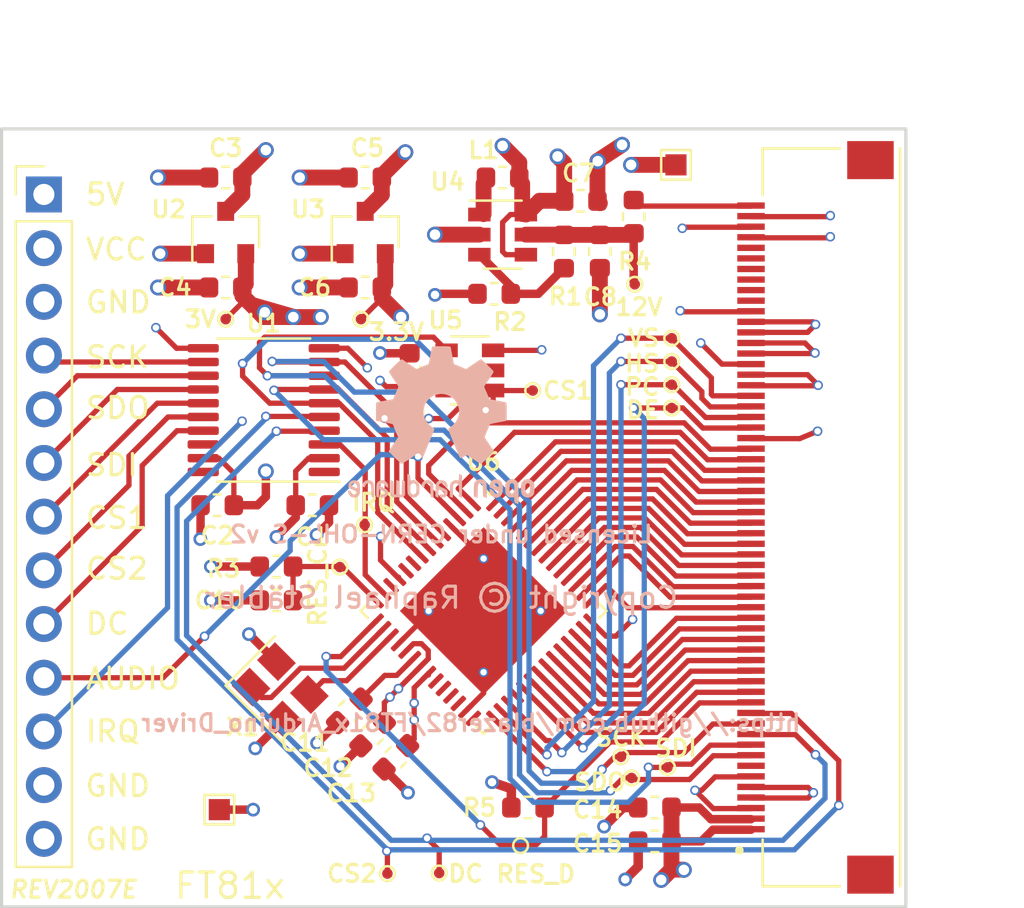
<source format=kicad_pcb>
(kicad_pcb (version 20171130) (host pcbnew "(5.1.6-0-10_14)")
  (layers (0 Front signal) (1 In1.Cu power hide) (2 In2.Cu power hide) (31 Back signal) (34 B.Paste user) (35 F.Paste user) (36 B.SilkS user) (37 F.SilkS user) (38 B.Mask user) (39 F.Mask user) (44 Edge.Cuts user))
  (net 0 "")
  (net 1 +3V0)
  (net 2 GND)
  (net 3 VCC)
  (net 4 +5V)
  (net 5 +3V3)
  (net 6 +12V)
  (net 7 "Net-(C11-Pad1)")
  (net 8 DISPRES)
  (net 9 CS1)
  (net 10 CS2)
  (net 11 DC)
  (net 12 AUDIO)
  (net 13 "Net-(L1-Pad2)")
  (net 14 "Net-(R1-Pad2)")
  (net 15 "Net-(R4-Pad1)")
  (net 16 "Net-(U1-Pad1)")
  (net 17 DC_3V)
  (net 18 CS2_3V)
  (net 19 CS1_3V)
  (net 20 "Net-(U1-Pad20)")
  (net 21 B1)
  (net 22 B0)
  (net 23 "Net-(U6-Pad9)")
  (net 24 "Net-(U6-Pad10)")
  (net 25 "Net-(U6-Pad12)")
  (net 26 "Net-(U6-Pad16)")
  (net 27 "Net-(U6-Pad17)")
  (net 28 "Net-(U6-Pad23)")
  (net 29 "Net-(U6-Pad24)")
  (net 30 "Net-(U6-Pad25)")
  (net 31 "Net-(U6-Pad26)")
  (net 32 "Net-(U6-Pad28)")
  (net 33 DE)
  (net 34 VSYNC)
  (net 35 HSYNC)
  (net 36 "Net-(U6-Pad32)")
  (net 37 PCLK)
  (net 38 R7)
  (net 39 R6)
  (net 40 R5)
  (net 41 R4)
  (net 42 R3)
  (net 43 R2)
  (net 44 R1)
  (net 45 R0)
  (net 46 G7)
  (net 47 G6)
  (net 48 G5)
  (net 49 G4)
  (net 50 G3)
  (net 51 G2)
  (net 52 G1)
  (net 53 G0)
  (net 54 B7)
  (net 55 B6)
  (net 56 B5)
  (net 57 B4)
  (net 58 B3)
  (net 59 B2)
  (net 60 "Net-(U7-Pad7)")
  (net 61 "Net-(U7-Pad56)")
  (net 62 "Net-(U7-Pad55)")
  (net 63 "Net-(U7-Pad54)")
  (net 64 "Net-(U7-Pad53)")
  (net 65 "Net-(U7-Pad52)")
  (net 66 "Net-(U7-Pad51)")
  (net 67 FTRES)
  (net 68 IRQ)
  (net 69 SCK)
  (net 70 SDI)
  (net 71 SDO)
  (net 72 SCK_3V)
  (net 73 SDI_3V)
  (net 74 SDO_3V)
  (net 75 SDI_BUFFER)
  (net 76 IRQ_3V)
  (module Symbol:OSHW-Logo2_9.8x8mm_SilkScreen (layer Back) (at 131 62 180)
    (fp_text reference "OSHW Logo" hide)
    (fp_text value OSHW-Logo2_9.8x8mm_SilkScreen hide)
  )
  (module Capacitor_SMD:C_0603_1608Metric (layer Front) (at 124.9 65.8)
    (fp_text reference C1 (at 0 1.5) (layer F.SilkS) (effects (font (size 0.8 0.8))))
    (fp_text value 100nF)
    (pad 1 smd roundrect (at -0.7875 0) (size 0.875 0.95) (layers Front F.Paste F.Mask) (net 1 +3V0))
    (pad 2 smd roundrect (at 0.7875 0) (size 0.875 0.95) (layers Front F.Paste F.Mask) (net 2 GND))
  )
  (module Capacitor_SMD:C_0603_1608Metric (layer Front) (at 120.4 65.8 180)
    (fp_text reference C2 (at 0 -1.43) (layer F.SilkS) (effects (font (size 0.8 0.8))))
    (fp_text value 100nF)
    (pad 1 smd roundrect (at -0.7875 0 180) (size 0.875 0.95) (layers Front F.Paste F.Mask) (net 3 VCC))
    (pad 2 smd roundrect (at 0.7875 0 180) (size 0.875 0.95) (layers Front F.Paste F.Mask) (net 2 GND))
  )
  (module Capacitor_SMD:C_0603_1608Metric (layer Front) (at 120.8 50.3 180)
    (fp_text reference C3 (at 0 1.4) (layer F.SilkS) (effects (font (size 0.8 0.8))))
    (fp_text value 10µF)
    (pad 2 smd roundrect (at 0.7875 0 180) (size 0.875 0.95) (layers Front F.Paste F.Mask) (net 2 GND))
    (pad 1 smd roundrect (at -0.7875 0 180) (size 0.875 0.95) (layers Front F.Paste F.Mask) (net 4 +5V))
  )
  (module Capacitor_SMD:C_0603_1608Metric (layer Front) (at 120.8 55.5 180)
    (fp_text reference C4 (at 2.4 0) (layer F.SilkS) (effects (font (size 0.8 0.8))))
    (fp_text value 10µF)
    (pad 1 smd roundrect (at -0.7875 0 180) (size 0.875 0.95) (layers Front F.Paste F.Mask) (net 1 +3V0))
    (pad 2 smd roundrect (at 0.7875 0 180) (size 0.875 0.95) (layers Front F.Paste F.Mask) (net 2 GND))
  )
  (module Capacitor_SMD:C_0603_1608Metric (layer Front) (at 127.4 50.3 180)
    (fp_text reference C5 (at -0.1 1.4) (layer F.SilkS) (effects (font (size 0.8 0.8))))
    (fp_text value 10µF)
    (pad 2 smd roundrect (at 0.7875 0 180) (size 0.875 0.95) (layers Front F.Paste F.Mask) (net 2 GND))
    (pad 1 smd roundrect (at -0.7875 0 180) (size 0.875 0.95) (layers Front F.Paste F.Mask) (net 4 +5V))
  )
  (module Capacitor_SMD:C_0603_1608Metric (layer Front) (at 127.4 55.5 180)
    (fp_text reference C6 (at 2.4 0) (layer F.SilkS) (effects (font (size 0.8 0.8))))
    (fp_text value 10µF)
    (pad 1 smd roundrect (at -0.7875 0 180) (size 0.875 0.95) (layers Front F.Paste F.Mask) (net 5 +3V3))
    (pad 2 smd roundrect (at 0.7875 0 180) (size 0.875 0.95) (layers Front F.Paste F.Mask) (net 2 GND))
  )
  (module Capacitor_SMD:C_0603_1608Metric (layer Front) (at 137.6 51.4)
    (fp_text reference C7 (at -0.1 -1.3) (layer F.SilkS) (effects (font (size 0.8 0.8))))
    (fp_text value 1µF)
    (pad 2 smd roundrect (at 0.7875 0) (size 0.875 0.95) (layers Front F.Paste F.Mask) (net 2 GND))
    (pad 1 smd roundrect (at -0.7875 0) (size 0.875 0.95) (layers Front F.Paste F.Mask) (net 4 +5V))
  )
  (module Capacitor_SMD:C_0603_1608Metric (layer Front) (at 138.5 53.8 270)
    (fp_text reference C8 (at 2.15 -0.025 180) (layer F.SilkS) (effects (font (size 0.8 0.8))))
    (fp_text value 4.7µF)
    (pad 2 smd roundrect (at 0.7875 0 270) (size 0.875 0.95) (layers Front F.Paste F.Mask) (net 2 GND))
    (pad 1 smd roundrect (at -0.7875 0 270) (size 0.875 0.95) (layers Front F.Paste F.Mask) (net 6 +12V))
  )
  (module Capacitor_SMD:C_0603_1608Metric (layer Front) (at 129.5 59.4 90)
    (fp_text reference C9 (at -2.2 0 180) (layer F.SilkS) (effects (font (size 0.8 0.8))))
    (fp_text value 100nF)
    (pad 1 smd roundrect (at -0.7875 0 90) (size 0.875 0.95) (layers Front F.Paste F.Mask) (net 1 +3V0))
    (pad 2 smd roundrect (at 0.7875 0 90) (size 0.875 0.95) (layers Front F.Paste F.Mask) (net 2 GND))
  )
  (module Capacitor_SMD:C_0603_1608Metric (layer Front) (at 123.2 70.3 180)
    (fp_text reference C10 (at 2.7 0) (layer F.SilkS) (effects (font (size 0.8 0.8))))
    (fp_text value 100nF)
    (pad 2 smd roundrect (at 0.7875 0 180) (size 0.875 0.95) (layers Front F.Paste F.Mask) (net 2 GND))
    (pad 1 smd roundrect (at -0.7875 0 180) (size 0.875 0.95) (layers Front F.Paste F.Mask) (net 67 FTRES))
  )
  (module Capacitor_SMD:C_0603_1608Metric (layer Front) (at 126.65 75.525 225)
    (fp_text reference C11 (at 2.545584 0.424264 180) (layer F.SilkS) (effects (font (size 0.8 0.8))))
    (fp_text value 4.7µF)
    (pad 1 smd roundrect (at -0.7875 0 225) (size 0.875 0.95) (layers Front F.Paste F.Mask) (net 7 "Net-(C11-Pad1)"))
    (pad 2 smd roundrect (at 0.7875 0 225) (size 0.875 0.95) (layers Front F.Paste F.Mask) (net 2 GND))
  )
  (module Capacitor_SMD:C_0603_1608Metric (layer Front) (at 127.75 76.625 225)
    (fp_text reference C12 (at 2.616295 0.353553 180) (layer F.SilkS) (effects (font (size 0.8 0.8))))
    (fp_text value 10µF)
    (pad 1 smd roundrect (at -0.7875 0 225) (size 0.875 0.95) (layers Front F.Paste F.Mask) (net 5 +3V3))
    (pad 2 smd roundrect (at 0.7875 0 225) (size 0.875 0.95) (layers Front F.Paste F.Mask) (net 2 GND))
  )
  (module Capacitor_SMD:C_0603_1608Metric (layer Front) (at 128.85 77.725 225)
    (fp_text reference C13 (at 2.687006 0.282843 180) (layer F.SilkS) (effects (font (size 0.8 0.8))))
    (fp_text value 100nF)
    (pad 2 smd roundrect (at 0.7875 0 225) (size 0.875 0.95) (layers Front F.Paste F.Mask) (net 2 GND))
    (pad 1 smd roundrect (at -0.7875 0 225) (size 0.875 0.95) (layers Front F.Paste F.Mask) (net 1 +3V0))
  )
  (module Capacitor_SMD:C_0603_1608Metric (layer Front) (at 141.1 80.1 180)
    (fp_text reference C14 (at 2.7 -0.1) (layer F.SilkS) (effects (font (size 0.8 0.8))))
    (fp_text value 100nF)
    (pad 1 smd roundrect (at -0.7875 0 180) (size 0.875 0.95) (layers Front F.Paste F.Mask) (net 1 +3V0))
    (pad 2 smd roundrect (at 0.7875 0 180) (size 0.875 0.95) (layers Front F.Paste F.Mask) (net 2 GND))
  )
  (module Capacitor_SMD:C_0603_1608Metric (layer Front) (at 141.1 81.7 180)
    (fp_text reference C15 (at 2.7 -0.1) (layer F.SilkS) (effects (font (size 0.8 0.8))))
    (fp_text value 100nF)
    (pad 2 smd roundrect (at 0.7875 0 180) (size 0.875 0.95) (layers Front F.Paste F.Mask) (net 2 GND))
    (pad 1 smd roundrect (at -0.7875 0 180) (size 0.875 0.95) (layers Front F.Paste F.Mask) (net 1 +3V0))
  )
  (module Inductor_SMD:L_0603_1608Metric (layer Front) (at 133.9 50.3 180)
    (fp_text reference L1 (at 0.9 1.3) (layer F.SilkS) (effects (font (size 0.8 0.8))))
    (fp_text value 10µH)
    (pad 1 smd roundrect (at -0.7875 0 180) (size 0.875 0.95) (layers Front F.Paste F.Mask) (net 4 +5V))
    (pad 2 smd roundrect (at 0.7875 0 180) (size 0.875 0.95) (layers Front F.Paste F.Mask) (net 13 "Net-(L1-Pad2)"))
  )
  (module Resistor_SMD:R_0603_1608Metric (layer Front) (at 136.8 53.8 270)
    (fp_text reference R1 (at 2.125 -0.075 180) (layer F.SilkS) (effects (font (size 0.8 0.8))))
    (fp_text value 1M)
    (pad 2 smd roundrect (at 0.7875 0 270) (size 0.875 0.95) (layers Front F.Paste F.Mask) (net 14 "Net-(R1-Pad2)"))
    (pad 1 smd roundrect (at -0.7875 0 270) (size 0.875 0.95) (layers Front F.Paste F.Mask) (net 6 +12V))
  )
  (module Resistor_SMD:R_0603_1608Metric (layer Front) (at 133.5 55.8 180)
    (fp_text reference R2 (at -0.75 -1.325) (layer F.SilkS) (effects (font (size 0.8 0.8))))
    (fp_text value 71.5k)
    (pad 1 smd roundrect (at -0.7875 0 180) (size 0.875 0.95) (layers Front F.Paste F.Mask) (net 14 "Net-(R1-Pad2)"))
    (pad 2 smd roundrect (at 0.7875 0 180) (size 0.875 0.95) (layers Front F.Paste F.Mask) (net 2 GND))
  )
  (module Resistor_SMD:R_0603_1608Metric (layer Front) (at 123.2 68.7 180)
    (fp_text reference R3 (at 2.5 -0.1) (layer F.SilkS) (effects (font (size 0.8 0.8))))
    (fp_text value 47k)
    (pad 1 smd roundrect (at -0.7875 0 180) (size 0.875 0.95) (layers Front F.Paste F.Mask) (net 67 FTRES))
    (pad 2 smd roundrect (at 0.7875 0 180) (size 0.875 0.95) (layers Front F.Paste F.Mask) (net 1 +3V0))
  )
  (module Resistor_SMD:R_0603_1608Metric (layer Front) (at 140.1 52.15 270)
    (fp_text reference R4 (at 2.125 -0.05 180) (layer F.SilkS) (effects (font (size 0.8 0.8))))
    (fp_text value 100)
    (pad 2 smd roundrect (at 0.7875 0 270) (size 0.875 0.95) (layers Front F.Paste F.Mask) (net 6 +12V))
    (pad 1 smd roundrect (at -0.7875 0 270) (size 0.875 0.95) (layers Front F.Paste F.Mask) (net 15 "Net-(R4-Pad1)"))
  )
  (module Resistor_SMD:R_0603_1608Metric (layer Front) (at 135.1 80.1 180)
    (fp_text reference R5 (at 2.3 0) (layer F.SilkS) (effects (font (size 0.8 0.8))))
    (fp_text value 47k)
    (pad 1 smd roundrect (at -0.7875 0 180) (size 0.875 0.95) (layers Front F.Paste F.Mask) (net 8 DISPRES))
    (pad 2 smd roundrect (at 0.7875 0 180) (size 0.875 0.95) (layers Front F.Paste F.Mask) (net 1 +3V0))
  )
  (module Package_SO:TSSOP-20_4.4x6.5mm_P0.65mm (layer Front) (at 122.6 61.3 180)
    (fp_text reference U1 (at 0 4.1) (layer F.SilkS) (effects (font (size 0.8 0.8))))
    (fp_text value TXS0108E)
    (pad 1 smd roundrect (at -2.8625 -2.925 180) (size 1.475 0.4) (layers Front F.Paste F.Mask) (net 16 "Net-(U1-Pad1)"))
    (pad 2 smd roundrect (at -2.8625 -2.275 180) (size 1.475 0.4) (layers Front F.Paste F.Mask) (net 1 +3V0))
    (pad 3 smd roundrect (at -2.8625 -1.625 180) (size 1.475 0.4) (layers Front F.Paste F.Mask) (net 76 IRQ_3V))
    (pad 4 smd roundrect (at -2.8625 -0.975 180) (size 1.475 0.4) (layers Front F.Paste F.Mask) (net 17 DC_3V))
    (pad 5 smd roundrect (at -2.8625 -0.325 180) (size 1.475 0.4) (layers Front F.Paste F.Mask) (net 18 CS2_3V))
    (pad 6 smd roundrect (at -2.8625 0.325 180) (size 1.475 0.4) (layers Front F.Paste F.Mask) (net 19 CS1_3V))
    (pad 7 smd roundrect (at -2.8625 0.975 180) (size 1.475 0.4) (layers Front F.Paste F.Mask) (net 74 SDO_3V))
    (pad 8 smd roundrect (at -2.8625 1.625 180) (size 1.475 0.4) (layers Front F.Paste F.Mask) (net 73 SDI_3V))
    (pad 9 smd roundrect (at -2.8625 2.275 180) (size 1.475 0.4) (layers Front F.Paste F.Mask) (net 72 SCK_3V))
    (pad 10 smd roundrect (at -2.8625 2.925 180) (size 1.475 0.4) (layers Front F.Paste F.Mask) (net 1 +3V0))
    (pad 11 smd roundrect (at 2.8625 2.925 180) (size 1.475 0.4) (layers Front F.Paste F.Mask) (net 2 GND))
    (pad 12 smd roundrect (at 2.8625 2.275 180) (size 1.475 0.4) (layers Front F.Paste F.Mask) (net 69 SCK))
    (pad 13 smd roundrect (at 2.8625 1.625 180) (size 1.475 0.4) (layers Front F.Paste F.Mask) (net 70 SDI))
    (pad 14 smd roundrect (at 2.8625 0.975 180) (size 1.475 0.4) (layers Front F.Paste F.Mask) (net 71 SDO))
    (pad 15 smd roundrect (at 2.8625 0.325 180) (size 1.475 0.4) (layers Front F.Paste F.Mask) (net 9 CS1))
    (pad 16 smd roundrect (at 2.8625 -0.325 180) (size 1.475 0.4) (layers Front F.Paste F.Mask) (net 10 CS2))
    (pad 17 smd roundrect (at 2.8625 -0.975 180) (size 1.475 0.4) (layers Front F.Paste F.Mask) (net 11 DC))
    (pad 18 smd roundrect (at 2.8625 -1.625 180) (size 1.475 0.4) (layers Front F.Paste F.Mask) (net 68 IRQ))
    (pad 19 smd roundrect (at 2.8625 -2.275 180) (size 1.475 0.4) (layers Front F.Paste F.Mask) (net 3 VCC))
    (pad 20 smd roundrect (at 2.8625 -2.925 180) (size 1.475 0.4) (layers Front F.Paste F.Mask) (net 20 "Net-(U1-Pad20)"))
  )
  (module Package_TO_SOT_SMD:SOT-23 (layer Front) (at 120.8 52.9 90)
    (fp_text reference U2 (at 1.1 -2.7 180) (layer F.SilkS) (effects (font (size 0.8 0.8))))
    (fp_text value ME6210A30M3G)
    (pad 3 smd rect (at 1 0 90) (size 0.9 0.8) (layers Front F.Paste F.Mask) (net 4 +5V))
    (pad 2 smd rect (at -1 0.95 90) (size 0.9 0.8) (layers Front F.Paste F.Mask) (net 1 +3V0))
    (pad 1 smd rect (at -1 -0.95 90) (size 0.9 0.8) (layers Front F.Paste F.Mask) (net 2 GND))
  )
  (module Package_TO_SOT_SMD:SOT-23 (layer Front) (at 127.4 52.9 90)
    (fp_text reference U3 (at 1.1 -2.7 180) (layer F.SilkS) (effects (font (size 0.8 0.8))))
    (fp_text value ME6210A33M3G)
    (pad 1 smd rect (at -1 -0.95 90) (size 0.9 0.8) (layers Front F.Paste F.Mask) (net 2 GND))
    (pad 2 smd rect (at -1 0.95 90) (size 0.9 0.8) (layers Front F.Paste F.Mask) (net 5 +3V3))
    (pad 3 smd rect (at 1 0 90) (size 0.9 0.8) (layers Front F.Paste F.Mask) (net 4 +5V))
  )
  (module Package_TO_SOT_SMD:SOT-23-6 (layer Front) (at 133.9 53)
    (fp_text reference U4 (at -2.6 -2.5) (layer F.SilkS) (effects (font (size 0.8 0.8))))
    (fp_text value TLV61046ADB)
    (pad 1 smd rect (at -1.1 -0.95) (size 1.06 0.65) (layers Front F.Paste F.Mask) (net 13 "Net-(L1-Pad2)"))
    (pad 2 smd rect (at -1.1 0) (size 1.06 0.65) (layers Front F.Paste F.Mask) (net 2 GND))
    (pad 3 smd rect (at -1.1 0.95) (size 1.06 0.65) (layers Front F.Paste F.Mask) (net 14 "Net-(R1-Pad2)"))
    (pad 4 smd rect (at 1.1 0.95) (size 1.06 0.65) (layers Front F.Paste F.Mask) (net 4 +5V))
    (pad 6 smd rect (at 1.1 -0.95) (size 1.06 0.65) (layers Front F.Paste F.Mask) (net 4 +5V))
    (pad 5 smd rect (at 1.1 0) (size 1.06 0.65) (layers Front F.Paste F.Mask) (net 6 +12V))
  )
  (module Crystal:Crystal_SMD_3225-4Pin_3.2x2.5mm (layer Front) (at 123.378858 74.576777 315)
    (fp_text reference X1 (at -0.03934 2.476345) (layer F.SilkS) (effects (font (size 0.8 0.8))))
    (fp_text value YSX321SL)
    (pad 1 smd rect (at -1.1 0.85 315) (size 1.4 1.2) (layers Front F.Paste F.Mask) (net 26 "Net-(U6-Pad16)"))
    (pad 2 smd rect (at 1.1 0.85 315) (size 1.4 1.2) (layers Front F.Paste F.Mask) (net 2 GND))
    (pad 3 smd rect (at 1.1 -0.85 315) (size 1.4 1.2) (layers Front F.Paste F.Mask) (net 27 "Net-(U6-Pad17)"))
    (pad 4 smd rect (at -1.1 -0.85 315) (size 1.4 1.2) (layers Front F.Paste F.Mask) (net 2 GND))
  )
  (module TestPoint:TestPoint_Pad_D0.5mm (layer Front) (at 140.15 55.35)
    (fp_text reference TP1 hide)
    (fp_text value TestPoint)
    (pad 1 smd circle (at 0 0) (size 0.5 0.5) (layers Front F.Mask) (net 6 +12V))
  )
  (module TestPoint:TestPoint_Pad_D0.5mm (layer Front) (at 127.2 57)
    (fp_text reference TP3 hide)
    (fp_text value TestPoint)
    (pad 1 smd circle (at 0 0) (size 0.5 0.5) (layers Front F.Mask) (net 5 +3V3))
  )
  (module TestPoint:TestPoint_Pad_D0.5mm (layer Front) (at 120.8 57)
    (fp_text reference TP5 hide)
    (fp_text value TestPoint)
    (pad 1 smd circle (at 0 0) (size 0.5 0.5) (layers Front F.Mask) (net 1 +3V0))
  )
  (module TestPoint:TestPoint_Pad_1.0x1.0mm (layer Front) (at 120.5 80.2)
    (fp_text reference TP2 hide)
    (fp_text value TestPoint)
    (pad 1 smd rect (at 0 0) (size 1 1) (layers Front F.Mask) (net 2 GND))
  )
  (module TestPoint:TestPoint_Pad_1.0x1.0mm (layer Front) (at 142.1 49.7)
    (fp_text reference TP4 hide)
    (fp_text value TestPoint)
    (pad 1 smd rect (at 0 0) (size 1 1) (layers Front F.Mask) (net 2 GND))
  )
  (module TestPoint:TestPoint_Pad_D0.5mm (layer Front) (at 139.5 77.7)
    (fp_text reference TP6 hide)
    (fp_text value TestPoint)
    (pad 1 smd circle (at 0 0) (size 0.5 0.5) (layers Front F.Mask) (net 72 SCK_3V))
  )
  (module TestPoint:TestPoint_Pad_D0.5mm (layer Front) (at 135.325 60.375)
    (fp_text reference TP8 hide)
    (fp_text value TestPoint)
    (pad 1 smd circle (at 0 0) (size 0.5 0.5) (layers Front F.Mask) (net 19 CS1_3V))
  )
  (module TestPoint:TestPoint_Pad_D0.5mm (layer Front) (at 128.45 83.225)
    (fp_text reference TP10 hide)
    (fp_text value TestPoint)
    (pad 1 smd circle (at 0 0) (size 0.5 0.5) (layers Front F.Mask) (net 18 CS2_3V))
  )
  (module TestPoint:TestPoint_Pad_D0.5mm (layer Front) (at 130.9 83.2)
    (fp_text reference TP12 hide)
    (fp_text value TestPoint)
    (pad 1 smd circle (at 0 0) (size 0.5 0.5) (layers Front F.Mask) (net 17 DC_3V))
  )
  (module TestPoint:TestPoint_Pad_D0.5mm (layer Front) (at 140 78.7)
    (fp_text reference TP14 hide)
    (fp_text value TestPoint)
    (pad 1 smd circle (at 0 0) (size 0.5 0.5) (layers Front F.Mask) (net 73 SDI_3V))
  )
  (module TestPoint:TestPoint_Pad_D0.5mm (layer Front) (at 141.7 78.2)
    (fp_text reference TP16 hide)
    (fp_text value TestPoint)
    (pad 1 smd circle (at 0 0) (size 0.5 0.5) (layers Front F.Mask) (net 74 SDO_3V))
  )
  (module TestPoint:TestPoint_Pad_D0.5mm (layer Front) (at 141.9 61.2)
    (fp_text reference TP7 hide)
    (fp_text value TestPoint)
    (pad 1 smd circle (at 0 0) (size 0.5 0.5) (layers Front F.Mask) (net 33 DE))
  )
  (module TestPoint:TestPoint_Pad_D0.5mm (layer Front) (at 141.9 59)
    (fp_text reference TP9 hide)
    (fp_text value TestPoint)
    (pad 1 smd circle (at 0 0) (size 0.5 0.5) (layers Front F.Mask) (net 35 HSYNC))
  )
  (module TestPoint:TestPoint_Pad_D0.5mm (layer Front) (at 141.9 57.9)
    (fp_text reference TP11 hide)
    (fp_text value TestPoint)
    (pad 1 smd circle (at 0 0) (size 0.5 0.5) (layers Front F.Mask) (net 34 VSYNC))
  )
  (module TestPoint:TestPoint_Pad_D0.5mm (layer Front) (at 141.9 60.1)
    (fp_text reference TP13 hide)
    (fp_text value TestPoint)
    (pad 1 smd circle (at 0 0) (size 0.5 0.5) (layers Front F.Mask) (net 37 PCLK))
  )
  (module Connector_PinHeader_2.54mm:PinHeader_1x13_P2.54mm_Vertical (layer Front) (at 112.2 51.1)
    (fp_text reference J1 hide)
    (fp_text value Conn_01x13_Male)
    (pad 1 thru_hole rect (at 0 0) (size 1.7 1.7) (drill 1) (layers *.Cu *.Mask) (net 4 +5V))
    (pad 2 thru_hole oval (at 0 2.54) (size 1.7 1.7) (drill 1) (layers *.Cu *.Mask) (net 3 VCC))
    (pad 3 thru_hole oval (at 0 5.08) (size 1.7 1.7) (drill 1) (layers *.Cu *.Mask) (net 2 GND))
    (pad 4 thru_hole oval (at 0 7.62) (size 1.7 1.7) (drill 1) (layers *.Cu *.Mask) (net 69 SCK))
    (pad 5 thru_hole oval (at 0 10.16) (size 1.7 1.7) (drill 1) (layers *.Cu *.Mask) (net 70 SDI))
    (pad 6 thru_hole oval (at 0 12.7) (size 1.7 1.7) (drill 1) (layers *.Cu *.Mask) (net 71 SDO))
    (pad 7 thru_hole oval (at 0 15.24) (size 1.7 1.7) (drill 1) (layers *.Cu *.Mask) (net 9 CS1))
    (pad 8 thru_hole oval (at 0 17.78) (size 1.7 1.7) (drill 1) (layers *.Cu *.Mask) (net 10 CS2))
    (pad 9 thru_hole oval (at 0 20.32) (size 1.7 1.7) (drill 1) (layers *.Cu *.Mask) (net 11 DC))
    (pad 10 thru_hole oval (at 0 22.86) (size 1.7 1.7) (drill 1) (layers *.Cu *.Mask) (net 12 AUDIO))
    (pad 11 thru_hole oval (at 0 25.4) (size 1.7 1.7) (drill 1) (layers *.Cu *.Mask) (net 68 IRQ))
    (pad 12 thru_hole oval (at 0 27.94) (size 1.7 1.7) (drill 1) (layers *.Cu *.Mask) (net 2 GND))
    (pad 13 thru_hole oval (at 0 30.48) (size 1.7 1.7) (drill 1) (layers *.Cu *.Mask) (net 2 GND))
  )
  (module Package_TO_SOT_SMD:SOT-23-5 (layer Front) (at 132.35 59.425 180)
    (fp_text reference U5 (at 1.15 2.375) (layer F.SilkS) (effects (font (size 0.8 0.8))))
    (fp_text value NC7SZ125)
    (pad 1 smd rect (at -1.1 -0.95 180) (size 1.06 0.65) (layers Front F.Paste F.Mask) (net 19 CS1_3V))
    (pad 2 smd rect (at -1.1 0 180) (size 1.06 0.65) (layers Front F.Paste F.Mask) (net 75 SDI_BUFFER))
    (pad 3 smd rect (at -1.1 0.95 180) (size 1.06 0.65) (layers Front F.Paste F.Mask) (net 2 GND))
    (pad 4 smd rect (at 1.1 0.95 180) (size 1.06 0.65) (layers Front F.Paste F.Mask) (net 73 SDI_3V))
    (pad 5 smd rect (at 1.1 -0.95 180) (size 1.06 0.65) (layers Front F.Paste F.Mask) (net 1 +3V0))
  )
  (module Package_DFN_QFN:QFN-56-1EP_8x8mm_P0.5mm_EP5.6x5.6mm (layer Front) (at 133 70.8 315)
    (fp_text reference U6 (at -4.985103 -4.985103) (layer F.SilkS) (effects (font (size 0.8 0.8))))
    (fp_text value FT813)
    (pad 1 smd roundrect (at -3.9375 -3.25 315) (size 0.875 0.25) (layers Front F.Paste F.Mask) (net 21 B1))
    (pad 2 smd roundrect (at -3.9375 -2.75 315) (size 0.875 0.25) (layers Front F.Paste F.Mask) (net 22 B0))
    (pad 3 smd roundrect (at -3.9375 -2.25 315) (size 0.875 0.25) (layers Front F.Paste F.Mask) (net 12 AUDIO))
    (pad 4 smd roundrect (at -3.9375 -1.75 315) (size 0.875 0.25) (layers Front F.Paste F.Mask) (net 2 GND))
    (pad 5 smd roundrect (at -3.9375 -1.25 315) (size 0.875 0.25) (layers Front F.Paste F.Mask) (net 72 SCK_3V))
    (pad 6 smd roundrect (at -3.9375 -0.75 315) (size 0.875 0.25) (layers Front F.Paste F.Mask) (net 75 SDI_BUFFER))
    (pad 7 smd roundrect (at -3.9375 -0.25 315) (size 0.875 0.25) (layers Front F.Paste F.Mask) (net 74 SDO_3V))
    (pad 8 smd roundrect (at -3.9375 0.25 315) (size 0.875 0.25) (layers Front F.Paste F.Mask) (net 19 CS1_3V))
    (pad 9 smd roundrect (at -3.9375 0.75 315) (size 0.875 0.25) (layers Front F.Paste F.Mask) (net 23 "Net-(U6-Pad9)"))
    (pad 10 smd roundrect (at -3.9375 1.25 315) (size 0.875 0.25) (layers Front F.Paste F.Mask) (net 24 "Net-(U6-Pad10)"))
    (pad 11 smd roundrect (at -3.9375 1.75 315) (size 0.875 0.25) (layers Front F.Paste F.Mask) (net 1 +3V0))
    (pad 12 smd roundrect (at -3.9375 2.25 315) (size 0.875 0.25) (layers Front F.Paste F.Mask) (net 25 "Net-(U6-Pad12)"))
    (pad 13 smd roundrect (at -3.9375 2.75 315) (size 0.875 0.25) (layers Front F.Paste F.Mask) (net 76 IRQ_3V))
    (pad 14 smd roundrect (at -3.9375 3.25 315) (size 0.875 0.25) (layers Front F.Paste F.Mask) (net 67 FTRES))
    (pad 15 smd roundrect (at -3.25 3.9375 315) (size 0.25 0.875) (layers Front F.Paste F.Mask) (net 8 DISPRES))
    (pad 16 smd roundrect (at -2.75 3.9375 315) (size 0.25 0.875) (layers Front F.Paste F.Mask) (net 26 "Net-(U6-Pad16)"))
    (pad 17 smd roundrect (at -2.25 3.9375 315) (size 0.25 0.875) (layers Front F.Paste F.Mask) (net 27 "Net-(U6-Pad17)"))
    (pad 18 smd roundrect (at -1.75 3.9375 315) (size 0.25 0.875) (layers Front F.Paste F.Mask) (net 2 GND))
    (pad 19 smd roundrect (at -1.25 3.9375 315) (size 0.25 0.875) (layers Front F.Paste F.Mask) (net 5 +3V3))
    (pad 20 smd roundrect (at -0.75 3.9375 315) (size 0.25 0.875) (layers Front F.Paste F.Mask) (net 7 "Net-(C11-Pad1)"))
    (pad 21 smd roundrect (at -0.25 3.9375 315) (size 0.25 0.875) (layers Front F.Paste F.Mask) (net 5 +3V3))
    (pad 22 smd roundrect (at 0.25 3.9375 315) (size 0.25 0.875) (layers Front F.Paste F.Mask) (net 1 +3V0))
    (pad 23 smd roundrect (at 0.75 3.9375 315) (size 0.25 0.875) (layers Front F.Paste F.Mask) (net 28 "Net-(U6-Pad23)"))
    (pad 24 smd roundrect (at 1.25 3.9375 315) (size 0.25 0.875) (layers Front F.Paste F.Mask) (net 29 "Net-(U6-Pad24)"))
    (pad 25 smd roundrect (at 1.75 3.9375 315) (size 0.25 0.875) (layers Front F.Paste F.Mask) (net 30 "Net-(U6-Pad25)"))
    (pad 26 smd roundrect (at 2.25 3.9375 315) (size 0.25 0.875) (layers Front F.Paste F.Mask) (net 31 "Net-(U6-Pad26)"))
    (pad 27 smd roundrect (at 2.75 3.9375 315) (size 0.25 0.875) (layers Front F.Paste F.Mask) (net 2 GND))
    (pad 28 smd roundrect (at 3.25 3.9375 315) (size 0.25 0.875) (layers Front F.Paste F.Mask) (net 32 "Net-(U6-Pad28)"))
    (pad 29 smd roundrect (at 3.9375 3.25 315) (size 0.875 0.25) (layers Front F.Paste F.Mask) (net 33 DE))
    (pad 30 smd roundrect (at 3.9375 2.75 315) (size 0.875 0.25) (layers Front F.Paste F.Mask) (net 34 VSYNC))
    (pad 31 smd roundrect (at 3.9375 2.25 315) (size 0.875 0.25) (layers Front F.Paste F.Mask) (net 35 HSYNC))
    (pad 32 smd roundrect (at 3.9375 1.75 315) (size 0.875 0.25) (layers Front F.Paste F.Mask) (net 36 "Net-(U6-Pad32)"))
    (pad 33 smd roundrect (at 3.9375 1.25 315) (size 0.875 0.25) (layers Front F.Paste F.Mask) (net 37 PCLK))
    (pad 34 smd roundrect (at 3.9375 0.75 315) (size 0.875 0.25) (layers Front F.Paste F.Mask) (net 38 R7))
    (pad 35 smd roundrect (at 3.9375 0.25 315) (size 0.875 0.25) (layers Front F.Paste F.Mask) (net 39 R6))
    (pad 36 smd roundrect (at 3.9375 -0.25 315) (size 0.875 0.25) (layers Front F.Paste F.Mask) (net 40 R5))
    (pad 37 smd roundrect (at 3.9375 -0.75 315) (size 0.875 0.25) (layers Front F.Paste F.Mask) (net 41 R4))
    (pad 38 smd roundrect (at 3.9375 -1.25 315) (size 0.875 0.25) (layers Front F.Paste F.Mask) (net 42 R3))
    (pad 39 smd roundrect (at 3.9375 -1.75 315) (size 0.875 0.25) (layers Front F.Paste F.Mask) (net 43 R2))
    (pad 40 smd roundrect (at 3.9375 -2.25 315) (size 0.875 0.25) (layers Front F.Paste F.Mask) (net 44 R1))
    (pad 41 smd roundrect (at 3.9375 -2.75 315) (size 0.875 0.25) (layers Front F.Paste F.Mask) (net 45 R0))
    (pad 42 smd roundrect (at 3.9375 -3.25 315) (size 0.875 0.25) (layers Front F.Paste F.Mask) (net 2 GND))
    (pad 43 smd roundrect (at 3.25 -3.9375 315) (size 0.25 0.875) (layers Front F.Paste F.Mask) (net 46 G7))
    (pad 44 smd roundrect (at 2.75 -3.9375 315) (size 0.25 0.875) (layers Front F.Paste F.Mask) (net 47 G6))
    (pad 45 smd roundrect (at 2.25 -3.9375 315) (size 0.25 0.875) (layers Front F.Paste F.Mask) (net 48 G5))
    (pad 46 smd roundrect (at 1.75 -3.9375 315) (size 0.25 0.875) (layers Front F.Paste F.Mask) (net 49 G4))
    (pad 47 smd roundrect (at 1.25 -3.9375 315) (size 0.25 0.875) (layers Front F.Paste F.Mask) (net 50 G3))
    (pad 48 smd roundrect (at 0.75 -3.9375 315) (size 0.25 0.875) (layers Front F.Paste F.Mask) (net 51 G2))
    (pad 49 smd roundrect (at 0.25 -3.9375 315) (size 0.25 0.875) (layers Front F.Paste F.Mask) (net 52 G1))
    (pad 50 smd roundrect (at -0.25 -3.9375 315) (size 0.25 0.875) (layers Front F.Paste F.Mask) (net 53 G0))
    (pad 51 smd roundrect (at -0.75 -3.9375 315) (size 0.25 0.875) (layers Front F.Paste F.Mask) (net 54 B7))
    (pad 52 smd roundrect (at -1.25 -3.9375 315) (size 0.25 0.875) (layers Front F.Paste F.Mask) (net 55 B6))
    (pad 53 smd roundrect (at -1.75 -3.9375 315) (size 0.25 0.875) (layers Front F.Paste F.Mask) (net 56 B5))
    (pad 54 smd roundrect (at -2.25 -3.9375 315) (size 0.25 0.875) (layers Front F.Paste F.Mask) (net 57 B4))
    (pad 55 smd roundrect (at -2.75 -3.9375 315) (size 0.25 0.875) (layers Front F.Paste F.Mask) (net 58 B3))
    (pad 56 smd roundrect (at -3.25 -3.9375 315) (size 0.25 0.875) (layers Front F.Paste F.Mask) (net 59 B2))
    (pad 57 smd rect (at 0 0 315) (size 5.6 5.6) (layers Front F.Mask) (net 2 GND))
  )
  (module "kicad:HRS_FH28-60S-0.5SH(05)" (layer Front) (at 145.65 66.375 90)
    (fp_text reference U7 hide)
    (fp_text value ER-TFT040-2)
    (pad 1 smd rect (at -14.75 0 90) (size 0.3 1.3) (layers Front F.Mask) (net 1 +3V0))
    (pad 2 smd rect (at -14.25 0 90) (size 0.3 1.3) (layers Front F.Mask) (net 1 +3V0))
    (pad 3 smd rect (at -13.75 0 90) (size 0.3 1.3) (layers Front F.Mask) (net 1 +3V0))
    (pad 4 smd rect (at -13.25 0 90) (size 0.3 1.3) (layers Front F.Mask) (net 2 GND))
    (pad 5 smd rect (at -12.75 0 90) (size 0.3 1.3) (layers Front F.Mask) (net 2 GND))
    (pad 6 smd rect (at -12.25 0 90) (size 0.3 1.3) (layers Front F.Mask) (net 1 +3V0))
    (pad 7 smd rect (at -11.75 0 90) (size 0.3 1.3) (layers Front F.Mask) (net 60 "Net-(U7-Pad7)"))
    (pad 8 smd rect (at -11.25 0 90) (size 0.3 1.3) (layers Front F.Mask) (net 73 SDI_3V))
    (pad 9 smd rect (at -10.75 0 90) (size 0.3 1.3) (layers Front F.Mask) (net 74 SDO_3V))
    (pad 10 smd rect (at -10.25 0 90) (size 0.3 1.3) (layers Front F.Mask) (net 17 DC_3V))
    (pad 11 smd rect (at -9.75 0 90) (size 0.3 1.3) (layers Front F.Mask) (net 72 SCK_3V))
    (pad 12 smd rect (at -9.25 0 90) (size 0.3 1.3) (layers Front F.Mask) (net 18 CS2_3V))
    (pad 13 smd rect (at -8.75 0 90) (size 0.3 1.3) (layers Front F.Mask) (net 8 DISPRES))
    (pad 14 smd rect (at -8.25 0 90) (size 0.3 1.3) (layers Front F.Mask) (net 38 R7))
    (pad 15 smd rect (at -7.75 0 90) (size 0.3 1.3) (layers Front F.Mask) (net 39 R6))
    (pad 16 smd rect (at -7.25 0 90) (size 0.3 1.3) (layers Front F.Mask) (net 40 R5))
    (pad 17 smd rect (at -6.75 0 90) (size 0.3 1.3) (layers Front F.Mask) (net 41 R4))
    (pad 18 smd rect (at -6.25 0 90) (size 0.3 1.3) (layers Front F.Mask) (net 42 R3))
    (pad 19 smd rect (at -5.75 0 90) (size 0.3 1.3) (layers Front F.Mask) (net 43 R2))
    (pad 20 smd rect (at -5.25 0 90) (size 0.3 1.3) (layers Front F.Mask) (net 44 R1))
    (pad 21 smd rect (at -4.75 0 90) (size 0.3 1.3) (layers Front F.Mask) (net 45 R0))
    (pad 22 smd rect (at -4.25 0 90) (size 0.3 1.3) (layers Front F.Mask) (net 46 G7))
    (pad 23 smd rect (at -3.75 0 90) (size 0.3 1.3) (layers Front F.Mask) (net 47 G6))
    (pad 24 smd rect (at -3.25 0 90) (size 0.3 1.3) (layers Front F.Mask) (net 48 G5))
    (pad 25 smd rect (at -2.75 0 90) (size 0.3 1.3) (layers Front F.Mask) (net 49 G4))
    (pad 26 smd rect (at -2.25 0 90) (size 0.3 1.3) (layers Front F.Mask) (net 50 G3))
    (pad 27 smd rect (at -1.75 0 90) (size 0.3 1.3) (layers Front F.Mask) (net 51 G2))
    (pad 28 smd rect (at -1.25 0 90) (size 0.3 1.3) (layers Front F.Mask) (net 52 G1))
    (pad 29 smd rect (at -0.75 0 90) (size 0.3 1.3) (layers Front F.Mask) (net 53 G0))
    (pad 30 smd rect (at -0.25 0 90) (size 0.3 1.3) (layers Front F.Mask) (net 54 B7))
    (pad 31 smd rect (at 0.25 0 90) (size 0.3 1.3) (layers Front F.Mask) (net 55 B6))
    (pad 32 smd rect (at 0.75 0 90) (size 0.3 1.3) (layers Front F.Mask) (net 56 B5))
    (pad 33 smd rect (at 1.25 0 90) (size 0.3 1.3) (layers Front F.Mask) (net 57 B4))
    (pad 34 smd rect (at 1.75 0 90) (size 0.3 1.3) (layers Front F.Mask) (net 58 B3))
    (pad 35 smd rect (at 2.25 0 90) (size 0.3 1.3) (layers Front F.Mask) (net 59 B2))
    (pad 36 smd rect (at 2.75 0 90) (size 0.3 1.3) (layers Front F.Mask) (net 21 B1))
    (pad 37 smd rect (at 3.25 0 90) (size 0.3 1.3) (layers Front F.Mask) (net 22 B0))
    (pad 38 smd rect (at 3.75 0 90) (size 0.3 1.3) (layers Front F.Mask) (net 2 GND))
    (pad 39 smd rect (at 4.25 0 90) (size 0.3 1.3) (layers Front F.Mask) (net 33 DE))
    (pad 40 smd rect (at 4.75 0 90) (size 0.3 1.3) (layers Front F.Mask) (net 37 PCLK))
    (pad 41 smd rect (at 5.25 0 90) (size 0.3 1.3) (layers Front F.Mask) (net 35 HSYNC))
    (pad 42 smd rect (at 5.75 0 90) (size 0.3 1.3) (layers Front F.Mask) (net 34 VSYNC))
    (pad 43 smd rect (at 6.25 0 90) (size 0.3 1.3) (layers Front F.Mask) (net 2 GND))
    (pad 44 smd rect (at 6.75 0 90) (size 0.3 1.3) (layers Front F.Mask) (net 2 GND))
    (pad 45 smd rect (at 7.25 0 90) (size 0.3 1.3) (layers Front F.Mask) (net 2 GND))
    (pad 46 smd rect (at 7.75 0 90) (size 0.3 1.3) (layers Front F.Mask) (net 2 GND))
    (pad 47 smd rect (at 8.25 0 90) (size 0.3 1.3) (layers Front F.Mask) (net 2 GND))
    (pad 48 smd rect (at 8.75 0 90) (size 0.3 1.3) (layers Front F.Mask) (net 2 GND))
    (pad 49 smd rect (at 9.25 0 90) (size 0.3 1.3) (layers Front F.Mask) (net 2 GND))
    (pad 50 smd rect (at 9.75 0 90) (size 0.3 1.3) (layers Front F.Mask) (net 2 GND))
    (pad 51 smd rect (at 10.25 0 90) (size 0.3 1.3) (layers Front F.Mask) (net 66 "Net-(U7-Pad51)"))
    (pad 52 smd rect (at 10.75 0 90) (size 0.3 1.3) (layers Front F.Mask) (net 65 "Net-(U7-Pad52)"))
    (pad 53 smd rect (at 11.25 0 90) (size 0.3 1.3) (layers Front F.Mask) (net 64 "Net-(U7-Pad53)"))
    (pad 54 smd rect (at 11.75 0 90) (size 0.3 1.3) (layers Front F.Mask) (net 63 "Net-(U7-Pad54)"))
    (pad 55 smd rect (at 12.25 0 90) (size 0.3 1.3) (layers Front F.Mask) (net 62 "Net-(U7-Pad55)"))
    (pad 56 smd rect (at 12.75 0 90) (size 0.3 1.3) (layers Front F.Mask) (net 61 "Net-(U7-Pad56)"))
    (pad 57 smd rect (at 13.25 0 90) (size 0.3 1.3) (layers Front F.Mask) (net 2 GND))
    (pad 58 smd rect (at 13.75 0 90) (size 0.3 1.3) (layers Front F.Mask) (net 2 GND))
    (pad 59 smd rect (at 14.25 0 90) (size 0.3 1.3) (layers Front F.Mask) (net 2 GND))
    (pad 60 smd rect (at 14.75 0 90) (size 0.3 1.3) (layers Front F.Mask) (net 15 "Net-(R4-Pad1)"))
    (pad S1 smd rect (at -16.9 5.65 90) (size 1.8 2.2) (layers Front F.Paste F.Mask))
    (pad S2 smd rect (at 16.9 5.65 90) (size 1.8 2.2) (layers Front F.Paste F.Mask))
  )
  (module TestPoint:TestPoint_Pad_D0.5mm (layer Front) (at 134.75 81.9)
    (fp_text reference RES_D (at 0.725 1.35) (layer F.SilkS) (effects (font (size 0.8 0.8))))
    (fp_text value TestPoint)
    (pad 1 smd circle (at 0 0) (size 0.5 0.5) (layers Front F.Mask) (net 8 DISPRES))
  )
  (module TestPoint:TestPoint_Pad_D0.5mm (layer Front) (at 126.2 68.725)
    (fp_text reference RES_C (at -1.05 0.95 90) (layer F.SilkS) (effects (font (size 0.8 0.8))))
    (fp_text value TestPoint)
    (pad 1 smd circle (at 0 0) (size 0.5 0.5) (layers Front F.Mask) (net 67 FTRES))
  )
  (module TestPoint:TestPoint_Pad_D0.5mm (layer Front) (at 127.375 66.725)
    (fp_text reference IRQ (at 0.425 -1.05) (layer F.SilkS) (effects (font (size 0.8 0.8))))
    (fp_text value TestPoint)
    (pad 1 smd circle (at 0 0) (size 0.5 0.5) (layers Front F.Mask) (net 76 IRQ_3V))
  )
  (gr_text FT81x (at 121 83.8) (layer F.SilkS) (effects (font (size 1.2 1.2))))
  (gr_text GND (at 114.075 81.6) (layer F.SilkS) (effects (font (size 1 1)) (justify left)))
  (gr_text GND (at 114.075 79.075) (layer F.SilkS) (effects (font (size 1 1)) (justify left)))
  (gr_line (start 152.975 84.8) (end 110.2 84.8) (layer Edge.Cuts) (width 0.15))
  (gr_line (start 152.975 48) (end 110.2 48) (layer Edge.Cuts) (width 0.15))
  (gr_text REV2007E (at 110.5 83.975) (layer F.SilkS) (effects (font (size 0.8 0.8) (thickness 0.15) italic) (justify left)))
  (gr_text DC (at 132.15 83.225) (layer F.SilkS) (effects (font (size 0.8 0.8))))
  (gr_text CS2 (at 126.775 83.225) (layer F.SilkS) (effects (font (size 0.8 0.8))))
  (gr_text https://github.com/blazer82/FT81x_Arduino_Driver (at 132.4 76.1) (layer B.SilkS) (effects (font (size 0.8 0.8)) (justify mirror)))
  (gr_text "Copyright © Raphael Stäbler" (at 131 70.175) (layer B.SilkS) (effects (font (size 1 1)) (justify mirror)))
  (gr_text "Licensed under CERN-OHL-S v2" (at 131 67.175) (layer B.SilkS) (effects (font (size 0.8 0.8)) (justify mirror)))
  (gr_text SDO (at 138.5 78.9) (layer F.SilkS) (effects (font (size 0.8 0.8))))
  (gr_text SDI (at 142.1 77.3) (layer F.SilkS) (effects (font (size 0.8 0.8))))
  (gr_text SCK (at 139.5 76.8) (layer F.SilkS) (effects (font (size 0.8 0.8))))
  (gr_text CS1 (at 135.725 60.375) (layer F.SilkS) (effects (font (size 0.8 0.8)) (justify left)))
  (gr_text DE (at 141.4 61.3) (layer F.SilkS) (effects (font (size 0.8 0.8)) (justify right)))
  (gr_text PC (at 141.4 60.2) (layer F.SilkS) (effects (font (size 0.8 0.8)) (justify right)))
  (gr_text HS (at 141.4 59.1) (layer F.SilkS) (effects (font (size 0.8 0.8)) (justify right)))
  (gr_text VS (at 141.4 57.9) (layer F.SilkS) (effects (font (size 0.8 0.8)) (justify right)))
  (gr_text 12V (at 140.35 56.425) (layer F.SilkS) (effects (font (size 0.8 0.8))))
  (gr_text 3.3V (at 128.875 57.6) (layer F.SilkS) (effects (font (size 0.8 0.8))))
  (gr_text 3V (at 119.6 57) (layer F.SilkS) (effects (font (size 0.8 0.8))))
  (gr_line (start 110.2 48) (end 110.2 84.8) (layer Edge.Cuts) (width 0.15))
  (gr_line (start 152.975 84.8) (end 152.975 48) (layer Edge.Cuts) (width 0.15))
  (gr_text IRQ (at 114.1 76.5) (layer F.SilkS) (effects (font (size 1 1)) (justify left)))
  (gr_text 5V (at 114.1 51.1) (layer F.SilkS) (effects (font (size 1 1)) (justify left)))
  (gr_text VCC (at 114.1 53.7) (layer F.SilkS) (effects (font (size 1 1)) (justify left)))
  (gr_text GND (at 114.1 56.2) (layer F.SilkS) (effects (font (size 1 1)) (justify left)))
  (gr_text SCK (at 114.1 58.8) (layer F.SilkS) (effects (font (size 1 1)) (justify left)))
  (gr_text SDO (at 114.1 61.2) (layer F.SilkS) (effects (font (size 1 1)) (justify left)))
  (gr_text SDI (at 114.1 63.9) (layer F.SilkS) (effects (font (size 1 1)) (justify left)))
  (gr_text CS1 (at 114.1 66.4) (layer F.SilkS) (effects (font (size 1 1)) (justify left)))
  (gr_text CS2 (at 114.1 68.8) (layer F.SilkS) (effects (font (size 1 1)) (justify left)))
  (gr_text DC (at 114.1 71.4) (layer F.SilkS) (effects (font (size 1 1)) (justify left)))
  (gr_text AUDIO (at 114.1 74) (layer F.SilkS) (effects (font (size 1 1)) (justify left)))
  (segment (start 124.1125 64.1875) (end 124.1125 65.8) (width 0.25) (layer Front) (net 1))
  (segment (start 124.725 63.575) (end 124.1125 64.1875) (width 0.25) (layer Front) (net 1))
  (segment (start 125.4625 63.575) (end 124.725 63.575) (width 0.25) (layer Front) (net 1))
  (segment (start 129.6375 60.05) (end 129.5 60.1875) (width 0.25) (layer Front) (net 1))
  (segment (start 143.85 81.15) (end 143.3 81.7) (width 0.4) (layer Front) (net 1))
  (segment (start 143.3 81.7) (end 141.8875 81.7) (width 0.4) (layer Front) (net 1))
  (segment (start 143.75 80.65) (end 143.2 80.1) (width 0.4) (layer Front) (net 1))
  (segment (start 143.2 80.1) (end 141.8875 80.1) (width 0.4) (layer Front) (net 1))
  (segment (start 145.65 80.65) (end 143.75 80.65) (width 0.4) (layer Front) (net 1))
  (segment (start 145.65 81.15) (end 143.85 81.15) (width 0.4) (layer Front) (net 1))
  (via (at 122.65 56.675) (size 0.75) (drill 0.5) (layers Front Back) (net 1))
  (segment (start 126.575 58.375) (end 127.5 59.3) (width 0.25) (layer Front) (net 1))
  (via (at 127.5 59.3) (size 0.45) (drill 0.3) (layers Front Back) (net 1))
  (segment (start 125.4625 58.375) (end 126.575 58.375) (width 0.25) (layer Front) (net 1))
  (via (at 128.1 59.9) (size 0.45) (drill 0.3) (layers Front Back) (net 1))
  (segment (start 128.3875 60.1875) (end 128.1 59.9) (width 0.25) (layer Front) (net 1))
  (segment (start 129.5 60.1875) (end 128.3875 60.1875) (width 0.25) (layer Front) (net 1))
  (via (at 125.3 56.9) (size 0.75) (drill 0.5) (layers Front Back) (net 1))
  (via (at 124 56.9) (size 0.75) (drill 0.5) (layers Front Back) (net 1))
  (segment (start 124 56.9) (end 125.3 56.9) (width 0.75) (layer Front) (net 1))
  (via (at 120.1 68.7) (size 0.65) (drill 0.4) (layers Front Back) (net 1))
  (segment (start 122.4125 68.7) (end 120.1 68.7) (width 0.4) (layer Front) (net 1))
  (via (at 123.2 67.3) (size 0.65) (drill 0.4) (layers Front Back) (net 1))
  (segment (start 124.1125 66.3875) (end 123.2 67.3) (width 0.4) (layer Front) (net 1))
  (segment (start 124.1125 65.8) (end 124.1125 66.3875) (width 0.4) (layer Front) (net 1))
  (segment (start 143.864998 80.15) (end 145.65 80.15) (width 0.25) (layer Front) (net 1))
  (segment (start 143 79.285002) (end 143.864998 80.15) (width 0.25) (layer Front) (net 1))
  (via (at 143 79.285002) (size 0.45) (drill 0.3) (layers Front Back) (net 1))
  (segment (start 143 79.285002) (end 143.318214 79.285002) (width 0.25) (layer Front) (net 1))
  (segment (start 143.953216 78.65) (end 145.65 78.65) (width 0.25) (layer Front) (net 1))
  (segment (start 143.318214 79.285002) (end 143.953216 78.65) (width 0.25) (layer Front) (net 1))
  (segment (start 141.8875 80.1) (end 141.8875 81.7) (width 0.75) (layer Front) (net 1))
  (via (at 141.4 83.525) (size 0.75) (drill 0.5) (layers Front Back) (net 1))
  (segment (start 141.8875 83.0375) (end 141.4 83.525) (width 0.75) (layer Front) (net 1))
  (segment (start 141.8875 81.7) (end 141.8875 83.0375) (width 0.75) (layer Front) (net 1))
  (segment (start 142.4625 83.0375) (end 141.8875 83.0375) (width 0.75) (layer Front) (net 1))
  (via (at 142.475 83.05) (size 0.75) (drill 0.5) (layers Front Back) (net 1))
  (segment (start 129.6875 60.375) (end 129.5 60.1875) (width 0.25) (layer Front) (net 1))
  (segment (start 131.25 60.375) (end 129.6875 60.375) (width 0.25) (layer Front) (net 1))
  (segment (start 134.3125 79.2125) (end 134.3125 80.1) (width 0.45) (layer Front) (net 1))
  (segment (start 133.4 78.9) (end 134.3125 79.2125) (width 0.45) (layer Front) (net 1))
  (via (at 133.4 78.9) (size 0.65) (drill 0.4) (layers Front Back) (net 1))
  (segment (start 122.6 56.9) (end 124 56.9) (width 0.75) (layer Front) (net 1))
  (segment (start 120.8 57) (end 121.5875 56.2125) (width 0.25) (layer Front) (net 1))
  (segment (start 121.5875 56.2125) (end 121.5875 55.8875) (width 0.25) (layer Front) (net 1))
  (segment (start 121.5875 55.5) (end 121.5875 55.8875) (width 0.75) (layer Front) (net 1))
  (segment (start 121.5875 55.8875) (end 122.6 56.9) (width 0.75) (layer Front) (net 1))
  (segment (start 121.75 55.3375) (end 121.5875 55.5) (width 0.75) (layer Front) (net 1))
  (segment (start 121.75 53.9) (end 121.75 55.3375) (width 0.75) (layer Front) (net 1))
  (segment (start 130.392544 73.76101) (end 130.392543 73.76101) (width 0.25) (layer Front) (net 1))
  (segment (start 128.97833 69.253204) (end 128.97833 69.20333) (width 0.25) (layer Front) (net 1))
  (segment (start 130.392544 73.76101) (end 130.392544 73.831706) (width 0.25) (layer Front) (net 1))
  (segment (start 129.716206 74.437348) (end 130.392544 73.76101) (width 0.25) (layer Front) (net 1))
  (segment (start 129.716206 76.858794) (end 129.716206 75.958794) (width 0.25) (layer Front) (net 1))
  (segment (start 129.406847 77.168153) (end 129.716206 76.858794) (width 0.25) (layer Front) (net 1))
  (segment (start 129.716206 75.958794) (end 129.716206 75.158794) (width 0.25) (layer Front) (net 1))
  (via (at 129.716206 75.958794) (size 0.45) (drill 0.3) (layers Front Back) (net 1))
  (segment (start 129.716206 75.158794) (end 129.716206 74.437348) (width 0.25) (layer Front) (net 1))
  (via (at 129.716206 75.158794) (size 0.45) (drill 0.3) (layers Front Back) (net 1))
  (segment (start 128.125 68.399874) (end 128.125 67.275) (width 0.25) (layer Front) (net 1))
  (via (at 128.125 67.275) (size 0.45) (drill 0.3) (layers Front Back) (net 1))
  (segment (start 128.97833 69.253204) (end 128.125 68.399874) (width 0.25) (layer Front) (net 1))
  (via (at 122.2 77.3) (size 0.65) (drill 0.4) (layers Front Back) (net 2))
  (segment (start 123.544365 75.955635) (end 122.2 77.3) (width 0.4) (layer Front) (net 2))
  (segment (start 123.555635 75.955635) (end 123.544365 75.955635) (width 0.4) (layer Front) (net 2))
  (via (at 121.9 71.9) (size 0.65) (drill 0.4) (layers Front Back) (net 2))
  (segment (start 123.197919 73.197919) (end 121.9 71.9) (width 0.4) (layer Front) (net 2))
  (segment (start 123.202081 73.197919) (end 123.197919 73.197919) (width 0.4) (layer Front) (net 2))
  (via (at 120.1 70.3) (size 0.65) (drill 0.4) (layers Front Back) (net 2))
  (segment (start 122.4125 70.3) (end 120.1 70.3) (width 0.4) (layer Front) (net 2))
  (via (at 119.6 67.4) (size 0.65) (drill 0.4) (layers Front Back) (net 2))
  (segment (start 119.6125 65.8) (end 119.6125 67.3875) (width 0.4) (layer Front) (net 2))
  (via (at 125.1 67.2) (size 0.65) (drill 0.4) (layers Front Back) (net 2))
  (segment (start 125.6875 66.6125) (end 125.1 67.2) (width 0.4) (layer Front) (net 2))
  (segment (start 125.6875 65.8) (end 125.6875 66.6125) (width 0.4) (layer Front) (net 2))
  (via (at 117.5 57.4) (size 0.45) (drill 0.3) (layers Front Back) (net 2))
  (segment (start 118.475 58.375) (end 117.5 57.4) (width 0.25) (layer Front) (net 2))
  (segment (start 119.7375 58.375) (end 118.475 58.375) (width 0.25) (layer Front) (net 2))
  (via (at 117.6 50.3) (size 0.75) (drill 0.5) (layers Front Back) (net 2))
  (segment (start 120.0125 50.3) (end 117.6 50.3) (width 0.75) (layer Front) (net 2))
  (via (at 117.7 53.9) (size 0.75) (drill 0.5) (layers Front Back) (net 2))
  (segment (start 119.85 53.9) (end 117.7 53.9) (width 0.75) (layer Front) (net 2))
  (via (at 124.3 50.3) (size 0.75) (drill 0.5) (layers Front Back) (net 2))
  (segment (start 126.6125 50.3) (end 124.3 50.3) (width 0.75) (layer Front) (net 2))
  (via (at 124.3 53.9) (size 0.75) (drill 0.5) (layers Front Back) (net 2))
  (segment (start 126.45 53.9) (end 124.3 53.9) (width 0.75) (layer Front) (net 2))
  (via (at 124.3 55.5) (size 0.75) (drill 0.5) (layers Front Back) (net 2))
  (segment (start 126.6125 55.5) (end 124.3 55.5) (width 0.75) (layer Front) (net 2))
  (segment (start 120.0125 55.5) (end 117.6 55.5) (width 0.75) (layer Front) (net 2))
  (via (at 117.6 55.5) (size 0.75) (drill 0.5) (layers Front Back) (net 2))
  (via (at 130.7 53) (size 0.75) (drill 0.5) (layers Front Back) (net 2))
  (segment (start 132.8 53) (end 130.7 53) (width 0.75) (layer Front) (net 2))
  (segment (start 138.5 51.5125) (end 138.3875 51.4) (width 0.75) (layer Front) (net 2))
  (via (at 128.1 58.6) (size 0.65) (drill 0.4) (layers Front Back) (net 2))
  (segment (start 129.5 58.6125) (end 128.1125 58.6125) (width 0.4) (layer Front) (net 2))
  (via (at 139.7 83.5) (size 0.65) (drill 0.4) (layers Front Back) (net 2))
  (segment (start 140.3125 82.8875) (end 139.7 83.5) (width 0.45) (layer Front) (net 2))
  (segment (start 140.3125 81.7) (end 140.3125 82.8875) (width 0.45) (layer Front) (net 2))
  (via (at 138.7 81) (size 0.65) (drill 0.4) (layers Front Back) (net 2))
  (segment (start 139.6 80.1) (end 138.7 81) (width 0.45) (layer Front) (net 2))
  (segment (start 140.3125 80.1) (end 139.6 80.1) (width 0.45) (layer Front) (net 2))
  (via (at 149.4 52.1) (size 0.45) (drill 0.3) (layers Front Back) (net 2))
  (segment (start 149.35 52.15) (end 149.4 52.1) (width 0.25) (layer Front) (net 2))
  (segment (start 145.65 52.15) (end 149.35 52.15) (width 0.25) (layer Front) (net 2))
  (via (at 142.4 52.7) (size 0.45) (drill 0.3) (layers Front Back) (net 2))
  (segment (start 142.45 52.65) (end 142.4 52.7) (width 0.25) (layer Front) (net 2))
  (segment (start 145.65 52.65) (end 142.45 52.65) (width 0.25) (layer Front) (net 2))
  (via (at 149.4 53.1) (size 0.45) (drill 0.3) (layers Front Back) (net 2))
  (segment (start 149.35 53.15) (end 149.4 53.1) (width 0.25) (layer Front) (net 2))
  (segment (start 145.65 53.15) (end 149.35 53.15) (width 0.25) (layer Front) (net 2))
  (via (at 130.400001 70.8) (size 0.45) (drill 0.3) (layers Front Back) (net 2))
  (segment (start 133 70.8) (end 130.400001 70.8) (width 0.25) (layer Front) (net 2))
  (via (at 133 68.325128) (size 0.45) (drill 0.3) (layers Front Back) (net 2))
  (segment (start 133 70.8) (end 133 68.325128) (width 0.25) (layer Front) (net 2))
  (via (at 133 73.7) (size 0.45) (drill 0.3) (layers Front Back) (net 2))
  (segment (start 133 70.8) (end 133 73.7) (width 0.25) (layer Front) (net 2))
  (via (at 135.7 70.8) (size 0.45) (drill 0.3) (layers Front Back) (net 2))
  (segment (start 133 70.8) (end 135.7 70.8) (width 0.25) (layer Front) (net 2))
  (segment (start 142.1 49.7) (end 139.975 49.7) (width 0.75) (layer Front) (net 2))
  (segment (start 122.1 80.2) (end 122.1 80.2) (width 0.4) (layer Front) (net 2))
  (segment (start 120.5 80.2) (end 122.1 80.2) (width 0.4) (layer Front) (net 2))
  (via (at 140.05001 71.2) (size 0.45) (drill 0.3) (layers Front Back) (net 2))
  (segment (start 138.789437 71.993243) (end 139.256767 71.993243) (width 0.25) (layer Front) (net 2))
  (segment (start 139.256767 71.993243) (end 140.05001 71.2) (width 0.25) (layer Front) (net 2))
  (via (at 142.3 56.6) (size 0.45) (drill 0.3) (layers Front Back) (net 2))
  (segment (start 142.35 56.65) (end 142.3 56.6) (width 0.25) (layer Front) (net 2))
  (segment (start 145.65 56.65) (end 142.35 56.65) (width 0.25) (layer Front) (net 2))
  (via (at 148.6 79.4) (size 0.45) (drill 0.3) (layers Front Back) (net 2))
  (segment (start 148.35 79.65) (end 148.6 79.4) (width 0.25) (layer Front) (net 2))
  (segment (start 145.65 79.65) (end 148.35 79.65) (width 0.25) (layer Front) (net 2))
  (segment (start 148.35 79.15) (end 148.6 79.4) (width 0.25) (layer Front) (net 2))
  (segment (start 145.65 79.15) (end 148.35 79.15) (width 0.25) (layer Front) (net 2))
  (segment (start 147.95 62.65) (end 145.65 62.65) (width 0.25) (layer Front) (net 2))
  (segment (start 148.8 62.3) (end 147.95 62.65) (width 0.25) (layer Front) (net 2))
  (via (at 148.8 62.3) (size 0.45) (drill 0.3) (layers Front Back) (net 2))
  (via (at 148.825 60.125) (size 0.45) (drill 0.3) (layers Front Back) (net 2))
  (segment (start 148.8 60.15) (end 148.825 60.125) (width 0.25) (layer Front) (net 2))
  (segment (start 145.65 60.15) (end 148.8 60.15) (width 0.25) (layer Front) (net 2))
  (via (at 139.975 49.7) (size 0.75) (drill 0.5) (layers Front Back) (net 2))
  (via (at 122.1 80.2) (size 0.65) (drill 0.4) (layers Front Back) (net 2))
  (segment (start 138.6 49.7) (end 139.55 48.75) (width 0.25) (layer Front) (net 2))
  (segment (start 138.3875 49.5125) (end 138.3875 49.5125) (width 0.75) (layer Front) (net 2))
  (segment (start 139.55 48.75) (end 138.3875 49.5125) (width 0.75) (layer Front) (net 2))
  (via (at 139.55 48.75) (size 0.75) (drill 0.5) (layers Front Back) (net 2))
  (segment (start 138.3875 49.5125) (end 138.3875 51.4) (width 0.75) (layer Front) (net 2))
  (via (at 138.4 49.525) (size 0.75) (drill 0.5) (layers Front Back) (net 2))
  (segment (start 132.8 55.7125) (end 132.7125 55.8) (width 0.25) (layer Front) (net 2))
  (via (at 138.5 56.775) (size 0.75) (drill 0.5) (layers Front Back) (net 2))
  (segment (start 138.5 54.5875) (end 138.5 56.775) (width 0.75) (layer Front) (net 2))
  (via (at 130.7 55.85) (size 0.65) (drill 0.4) (layers Front Back) (net 2))
  (segment (start 130.75 55.8) (end 130.7 55.85) (width 0.4) (layer Front) (net 2))
  (segment (start 132.7125 55.8) (end 130.75 55.8) (width 0.4) (layer Front) (net 2))
  (via (at 135.75 58.45) (size 0.45) (drill 0.3) (layers Front Back) (net 2))
  (segment (start 135.725 58.475) (end 135.75 58.45) (width 0.25) (layer Front) (net 2))
  (segment (start 133.45 58.475) (end 135.725 58.475) (width 0.25) (layer Front) (net 2))
  (segment (start 148.325 59.625) (end 148.825 60.125) (width 0.25) (layer Front) (net 2))
  (segment (start 145.65 59.625) (end 148.325 59.625) (width 0.25) (layer Front) (net 2))
  (segment (start 144.275 59.125) (end 143.275 58.125) (width 0.25) (layer Front) (net 2))
  (via (at 143.275 58.125) (size 0.45) (drill 0.3) (layers Front Back) (net 2))
  (segment (start 145.65 59.125) (end 144.275 59.125) (width 0.25) (layer Front) (net 2))
  (via (at 148.675 58.6) (size 0.45) (drill 0.3) (layers Front Back) (net 2))
  (segment (start 148.65 58.625) (end 148.675 58.6) (width 0.25) (layer Front) (net 2))
  (segment (start 145.65 58.625) (end 148.65 58.625) (width 0.25) (layer Front) (net 2))
  (segment (start 148.2 58.125) (end 148.675 58.6) (width 0.25) (layer Front) (net 2))
  (segment (start 145.65 58.125) (end 148.2 58.125) (width 0.25) (layer Front) (net 2))
  (via (at 148.7 57.25) (size 0.45) (drill 0.3) (layers Front Back) (net 2))
  (segment (start 148.325 57.625) (end 148.7 57.25) (width 0.25) (layer Front) (net 2))
  (segment (start 145.65 57.625) (end 148.325 57.625) (width 0.25) (layer Front) (net 2))
  (segment (start 148.575 57.125) (end 148.7 57.25) (width 0.25) (layer Front) (net 2))
  (segment (start 145.65 57.125) (end 148.575 57.125) (width 0.25) (layer Front) (net 2))
  (segment (start 138.08233 71.286136) (end 138.789437 71.993243) (width 0.25) (layer Front) (net 2))
  (segment (start 133 74.689088) (end 133 70.8) (width 0.25) (layer Front) (net 2))
  (segment (start 132.160311 75.528777) (end 133 74.689088) (width 0.25) (layer Front) (net 2))
  (segment (start 130.525126 70.8) (end 133 70.8) (width 0.25) (layer Front) (net 2))
  (segment (start 128.97833 72.346796) (end 130.525126 70.8) (width 0.25) (layer Front) (net 2))
  (segment (start 133 68.325126) (end 133 70.8) (width 0.25) (layer Front) (net 2))
  (segment (start 131.453204 66.77833) (end 133 68.325126) (width 0.25) (layer Front) (net 2))
  (via (at 129.425 79.4) (size 0.65) (drill 0.4) (layers Front Back) (net 2))
  (segment (start 128.306847 78.281847) (end 129.425 79.4) (width 0.4) (layer Front) (net 2))
  (segment (start 128.293153 78.281847) (end 128.306847 78.281847) (width 0.25) (layer Front) (net 2))
  (via (at 126.225 78.15) (size 0.65) (drill 0.4) (layers Front Back) (net 2))
  (segment (start 127.193153 77.181847) (end 126.225 78.15) (width 0.4) (layer Front) (net 2))
  (via (at 125.125 77.05) (size 0.65) (drill 0.4) (layers Front Back) (net 2))
  (segment (start 126.093153 76.081847) (end 125.125 77.05) (width 0.4) (layer Front) (net 2))
  (segment (start 121.1875 64.2875) (end 121.1875 65.8) (width 0.25) (layer Front) (net 3))
  (segment (start 120.475 63.575) (end 121.1875 64.2875) (width 0.25) (layer Front) (net 3))
  (segment (start 119.7375 63.575) (end 120.475 63.575) (width 0.25) (layer Front) (net 3))
  (via (at 122.7 64.2) (size 0.75) (drill 0.5) (layers Front Back) (net 3))
  (segment (start 122.7 64.2) (end 122.7 65.4) (width 0.4) (layer Front) (net 3))
  (segment (start 122.7 65.4) (end 122.3 65.8) (width 0.4) (layer Front) (net 3))
  (segment (start 122.3 65.8) (end 121.1875 65.8) (width 0.4) (layer Front) (net 3))
  (segment (start 135.65 51.4) (end 135 52.05) (width 0.75) (layer Front) (net 4))
  (segment (start 136.8125 51.4) (end 135.65 51.4) (width 0.75) (layer Front) (net 4))
  (segment (start 135 50.6125) (end 134.6875 50.3) (width 0.25) (layer Front) (net 4))
  (segment (start 134.825 52.025) (end 134.825 50.5875) (width 0.75) (layer Front) (net 4))
  (segment (start 135 53.95) (end 134.05 53.95) (width 0.25) (layer Front) (net 4))
  (segment (start 134.05 53.95) (end 133.9 53.8) (width 0.25) (layer Front) (net 4))
  (segment (start 134.27 52.05) (end 135 52.05) (width 0.25) (layer Front) (net 4))
  (segment (start 133.9 52.42) (end 134.27 52.05) (width 0.25) (layer Front) (net 4))
  (segment (start 133.9 53.8) (end 133.9 52.42) (width 0.25) (layer Front) (net 4))
  (segment (start 128.1875 51.1125) (end 128.1875 50.3) (width 0.75) (layer Front) (net 4))
  (segment (start 127.4 51.9) (end 128.1875 51.1125) (width 0.75) (layer Front) (net 4))
  (segment (start 121.5875 51.1125) (end 121.5875 50.3) (width 0.75) (layer Front) (net 4))
  (segment (start 120.8 51.9) (end 121.5875 51.1125) (width 0.75) (layer Front) (net 4))
  (via (at 122.7 49) (size 0.75) (drill 0.5) (layers Front Back) (net 4))
  (segment (start 121.5875 50.1125) (end 122.7 49) (width 0.75) (layer Front) (net 4))
  (segment (start 121.5875 50.3) (end 121.5875 50.1125) (width 0.75) (layer Front) (net 4))
  (via (at 129.3 49.1) (size 0.75) (drill 0.5) (layers Front Back) (net 4))
  (segment (start 128.1875 50.2125) (end 129.3 49.1) (width 0.75) (layer Front) (net 4))
  (segment (start 128.1875 50.3) (end 128.1875 50.2125) (width 0.75) (layer Front) (net 4))
  (via (at 133.9 48.8) (size 0.75) (drill 0.5) (layers Front Back) (net 4))
  (segment (start 134.6875 49.5875) (end 133.9 48.8) (width 0.75) (layer Front) (net 4))
  (segment (start 134.6875 50.3) (end 134.6875 49.5875) (width 0.75) (layer Front) (net 4))
  (segment (start 136.8125 49.6125) (end 136.5 49.3) (width 0.75) (layer Front) (net 4))
  (via (at 136.5 49.3) (size 0.75) (drill 0.5) (layers Front Back) (net 4))
  (segment (start 136.8125 51.4) (end 136.8125 49.6125) (width 0.75) (layer Front) (net 4))
  (segment (start 128.35 55.3375) (end 128.1875 55.5) (width 0.75) (layer Front) (net 5))
  (segment (start 128.35 53.9) (end 128.35 55.3375) (width 0.75) (layer Front) (net 5))
  (via (at 129.1 56.9) (size 0.75) (drill 0.5) (layers Front Back) (net 5))
  (segment (start 128.1875 55.9875) (end 129.1 56.9) (width 0.75) (layer Front) (net 5))
  (segment (start 128.1875 55.5) (end 128.1875 55.9875) (width 0.75) (layer Front) (net 5))
  (segment (start 128.1875 56.0125) (end 128.1875 55.9875) (width 0.25) (layer Front) (net 5))
  (segment (start 127.2 57) (end 128.1875 56.0125) (width 0.25) (layer Front) (net 5))
  (segment (start 130.03899 73.407456) (end 130.03899 73.407457) (width 0.25) (layer Front) (net 5))
  (segment (start 129.682233 72.35) (end 129.331884 72.700349) (width 0.25) (layer Front) (net 5))
  (segment (start 130.382306 72.672418) (end 130.059888 72.35) (width 0.25) (layer Front) (net 5))
  (segment (start 130.059888 72.35) (end 129.682233 72.35) (width 0.25) (layer Front) (net 5))
  (segment (start 130.382306 73.06414) (end 130.382306 72.672418) (width 0.25) (layer Front) (net 5))
  (segment (start 130.03899 73.407456) (end 130.382306 73.06414) (width 0.25) (layer Front) (net 5))
  (segment (start 128.306847 75.139599) (end 128.573223 74.873223) (width 0.25) (layer Front) (net 5))
  (segment (start 128.306847 76.068153) (end 128.306847 75.139599) (width 0.25) (layer Front) (net 5))
  (segment (start 128.573223 74.873223) (end 128.973223 74.473223) (width 0.25) (layer Front) (net 5))
  (via (at 128.573223 74.873223) (size 0.45) (drill 0.3) (layers Front Back) (net 5))
  (segment (start 128.973223 74.473223) (end 130.03899 73.407456) (width 0.25) (layer Front) (net 5))
  (via (at 128.973223 74.473223) (size 0.45) (drill 0.3) (layers Front Back) (net 5))
  (segment (start 136.7875 53) (end 136.8 53.0125) (width 0.75) (layer Front) (net 6))
  (segment (start 135 53) (end 136.7875 53) (width 0.75) (layer Front) (net 6))
  (segment (start 136.8 53.0125) (end 138.5 53.0125) (width 0.75) (layer Front) (net 6))
  (segment (start 140.025 53.0125) (end 140.1 52.9375) (width 0.75) (layer Front) (net 6))
  (segment (start 138.5 53.0125) (end 140.025 53.0125) (width 0.75) (layer Front) (net 6))
  (segment (start 140.1 52.9375) (end 140.1 55.225) (width 0.4) (layer Front) (net 6))
  (segment (start 129.685437 73.053903) (end 128.88934 73.85) (width 0.25) (layer Front) (net 7))
  (segment (start 128.325 73.85) (end 127.206847 74.968153) (width 0.25) (layer Front) (net 7))
  (segment (start 128.88934 73.85) (end 128.325 73.85) (width 0.25) (layer Front) (net 7))
  (segment (start 143.216534 75.15) (end 145.65 75.15) (width 0.25) (layer Front) (net 8))
  (segment (start 141.369229 76.997302) (end 138.990198 76.997302) (width 0.25) (layer Front) (net 8))
  (segment (start 138.990198 76.997302) (end 135.8875 80.1) (width 0.25) (layer Front) (net 8))
  (segment (start 143.216534 75.15) (end 141.369229 76.997302) (width 0.25) (layer Front) (net 8))
  (via (at 132.85 80.925) (size 0.45) (drill 0.3) (layers Front Back) (net 8))
  (segment (start 127.91767 71.286136) (end 127.913864 71.286136) (width 0.25) (layer Front) (net 8))
  (via (at 125.55 72.959305) (size 0.45) (drill 0.3) (layers Front Back) (net 8))
  (segment (start 126.240695 72.959305) (end 125.55 72.959305) (width 0.25) (layer Front) (net 8))
  (segment (start 127.913864 71.286136) (end 126.240695 72.959305) (width 0.25) (layer Front) (net 8))
  (segment (start 125.55 73.625) (end 132.85 80.925) (width 0.25) (layer Back) (net 8))
  (segment (start 125.55 72.959305) (end 125.55 73.625) (width 0.25) (layer Back) (net 8))
  (segment (start 132.85 80.925) (end 133.775 81.85) (width 0.25) (layer Front) (net 8))
  (segment (start 133.775 81.85) (end 135.5 81.85) (width 0.25) (layer Front) (net 8))
  (segment (start 135.8875 81.4625) (end 135.8875 80.1) (width 0.25) (layer Front) (net 8))
  (segment (start 135.5 81.85) (end 135.8875 81.4625) (width 0.25) (layer Front) (net 8))
  (segment (start 117.565 60.975) (end 119.7375 60.975) (width 0.25) (layer Front) (net 9))
  (segment (start 112.2 66.34) (end 117.565 60.975) (width 0.25) (layer Front) (net 9))
  (segment (start 112.2 68.88) (end 112.2 68.473942) (width 0.25) (layer Front) (net 10))
  (segment (start 119.7375 61.625) (end 118.075 61.625) (width 0.25) (layer Front) (net 10))
  (segment (start 118.075 61.625) (end 116.225 63.475) (width 0.25) (layer Front) (net 10))
  (segment (start 116.225 64.855) (end 112.2 68.88) (width 0.25) (layer Front) (net 10))
  (segment (start 116.225 63.475) (end 116.225 64.855) (width 0.25) (layer Front) (net 10))
  (segment (start 119.7375 62.275) (end 118.5 62.275) (width 0.25) (layer Front) (net 11))
  (segment (start 118.5 62.275) (end 116.85 63.925) (width 0.25) (layer Front) (net 11))
  (segment (start 116.85 66.77) (end 112.2 71.42) (width 0.25) (layer Front) (net 11))
  (segment (start 116.85 63.925) (end 116.85 66.77) (width 0.25) (layer Front) (net 11))
  (via (at 119.8 72) (size 0.45) (drill 0.3) (layers Front Back) (net 12))
  (via (at 129.9 63.5) (size 0.45) (drill 0.3) (layers Front Back) (net 12))
  (segment (start 123.850001 67.949999) (end 119.8 72) (width 0.25) (layer Back) (net 12))
  (segment (start 123.850001 67.487997) (end 123.850001 67.949999) (width 0.25) (layer Back) (net 12))
  (segment (start 128.137998 63.4) (end 123.850001 67.487997) (width 0.25) (layer Back) (net 12))
  (segment (start 129.9 63.5) (end 128.137998 63.4) (width 0.25) (layer Back) (net 12))
  (segment (start 129.9 64.518019) (end 131.099651 65.717671) (width 0.25) (layer Front) (net 12))
  (segment (start 131.099651 65.717671) (end 131.806757 66.424777) (width 0.25) (layer Front) (net 12))
  (segment (start 129.9 63.5) (end 129.9 64.518019) (width 0.25) (layer Front) (net 12))
  (segment (start 117.84 73.96) (end 119.8 72) (width 0.25) (layer Front) (net 12))
  (segment (start 112.2 73.96) (end 117.84 73.96) (width 0.25) (layer Front) (net 12))
  (segment (start 132.8 50.6125) (end 133.1125 50.3) (width 0.25) (layer Front) (net 13))
  (segment (start 133 52.03125) (end 133 50.59375) (width 0.75) (layer Front) (net 13))
  (segment (start 135.5875 55.8) (end 134.2875 55.8) (width 0.4) (layer Front) (net 14))
  (segment (start 136.8 54.5875) (end 135.5875 55.8) (width 0.4) (layer Front) (net 14))
  (segment (start 134.2875 55.4375) (end 132.8 53.95) (width 0.4) (layer Front) (net 14))
  (segment (start 134.2875 55.8) (end 134.2875 55.4375) (width 0.4) (layer Front) (net 14))
  (segment (start 140.3875 51.65) (end 140.1 51.3625) (width 0.25) (layer Front) (net 15))
  (segment (start 145.65 51.65) (end 140.3875 51.65) (width 0.25) (layer Front) (net 15))
  (segment (start 147.75 76.65) (end 148.7 77.6) (width 0.25) (layer Front) (net 17))
  (via (at 148.7 77.6) (size 0.45) (drill 0.3) (layers Front Back) (net 17))
  (segment (start 145.65 76.65) (end 147.75 76.65) (width 0.25) (layer Front) (net 17))
  (via (at 123.2 62.3) (size 0.45) (drill 0.3) (layers Front Back) (net 17))
  (segment (start 118.949999 66.550001) (end 123.2 62.3) (width 0.25) (layer Back) (net 17))
  (segment (start 128.635999 81.650001) (end 118.949999 71.964001) (width 0.25) (layer Back) (net 17))
  (segment (start 148.7 77.6) (end 149.150001 78.050001) (width 0.25) (layer Back) (net 17))
  (segment (start 147.164001 81.650001) (end 128.635999 81.650001) (width 0.25) (layer Back) (net 17))
  (segment (start 118.949999 71.964001) (end 118.949999 66.550001) (width 0.25) (layer Back) (net 17))
  (segment (start 149.150001 79.664001) (end 147.164001 81.650001) (width 0.25) (layer Back) (net 17))
  (segment (start 149.150001 78.050001) (end 149.150001 79.664001) (width 0.25) (layer Back) (net 17))
  (segment (start 125.4375 62.3) (end 125.4625 62.275) (width 0.25) (layer Front) (net 17))
  (segment (start 123.2 62.3) (end 125.4375 62.3) (width 0.25) (layer Front) (net 17))
  (via (at 130.324999 81.550011) (size 0.45) (drill 0.3) (layers Front Back) (net 17))
  (segment (start 130.9 82.125012) (end 130.324999 81.550011) (width 0.25) (layer Front) (net 17))
  (segment (start 130.9 83.2) (end 130.9 82.125012) (width 0.25) (layer Front) (net 17))
  (via (at 149.8 80) (size 0.45) (drill 0.3) (layers Front Back) (net 18))
  (segment (start 149.8 77.885998) (end 149.8 80) (width 0.25) (layer Front) (net 18))
  (segment (start 147.564002 75.65) (end 149.8 77.885998) (width 0.25) (layer Front) (net 18))
  (segment (start 145.65 75.65) (end 147.564002 75.65) (width 0.25) (layer Front) (net 18))
  (segment (start 118.499989 72.150401) (end 118.499989 65.900011) (width 0.25) (layer Back) (net 18))
  (segment (start 128.449598 82.10001) (end 118.499989 72.150401) (width 0.25) (layer Back) (net 18))
  (segment (start 147.699989 82.100011) (end 128.449598 82.10001) (width 0.25) (layer Back) (net 18))
  (segment (start 149.8 80) (end 147.699989 82.100011) (width 0.25) (layer Back) (net 18))
  (via (at 122.7 61.6) (size 0.45) (drill 0.3) (layers Front Back) (net 18))
  (segment (start 122.7 61.7) (end 122.7 61.6) (width 0.25) (layer Back) (net 18))
  (segment (start 118.499989 65.900011) (end 122.7 61.7) (width 0.25) (layer Back) (net 18))
  (segment (start 125.4375 61.6) (end 125.4625 61.625) (width 0.25) (layer Front) (net 18))
  (segment (start 122.7 61.6) (end 125.4375 61.6) (width 0.25) (layer Front) (net 18))
  (via (at 128.425522 82.158135) (size 0.45) (drill 0.3) (layers Front Back) (net 18))
  (segment (start 128.45 82.182613) (end 128.425522 82.158135) (width 0.25) (layer Front) (net 18))
  (segment (start 128.45 83.225) (end 128.45 82.182613) (width 0.25) (layer Front) (net 18))
  (segment (start 122.883166 60.975) (end 121.6 59.691834) (width 0.25) (layer Front) (net 19))
  (via (at 121.6 59.1) (size 0.45) (drill 0.3) (layers Front Back) (net 19))
  (segment (start 121.6 59.691834) (end 121.6 59.1) (width 0.25) (layer Front) (net 19))
  (segment (start 125.4625 60.975) (end 122.883166 60.975) (width 0.25) (layer Front) (net 19))
  (via (at 133.1 61.3) (size 0.45) (drill 0.3) (layers Front Back) (net 19))
  (segment (start 122.750001 57.949999) (end 129.749999 57.949999) (width 0.25) (layer Back) (net 19))
  (segment (start 129.749999 57.949999) (end 133.1 61.3) (width 0.25) (layer Back) (net 19))
  (segment (start 121.6 59.1) (end 122.750001 57.949999) (width 0.25) (layer Back) (net 19))
  (segment (start 133.45 60.95) (end 133.1 61.3) (width 0.25) (layer Front) (net 19))
  (segment (start 133.45 60.375) (end 133.45 60.95) (width 0.25) (layer Front) (net 19))
  (segment (start 133.45 60.375) (end 135.325 60.375) (width 0.25) (layer Front) (net 19))
  (segment (start 127.992089 66.145642) (end 129.331884 67.485438) (width 0.25) (layer Front) (net 19))
  (segment (start 129.331884 67.485438) (end 130.03899 68.192544) (width 0.25) (layer Front) (net 19))
  (segment (start 126.164648 60.975) (end 127.992089 62.802441) (width 0.25) (layer Front) (net 19))
  (segment (start 127.992089 62.802441) (end 127.992089 66.145642) (width 0.25) (layer Front) (net 19))
  (segment (start 125.4625 60.975) (end 126.164648 60.975) (width 0.25) (layer Front) (net 19))
  (segment (start 134.46468 62.35264) (end 142.301231 62.35264) (width 0.25) (layer Front) (net 21))
  (segment (start 143.598591 63.65) (end 145.65 63.65) (width 0.25) (layer Front) (net 21))
  (segment (start 131.806757 65.010563) (end 134.46468 62.35264) (width 0.25) (layer Front) (net 21))
  (segment (start 142.301231 62.35264) (end 143.598591 63.65) (width 0.25) (layer Front) (net 21))
  (segment (start 132.513864 65.71767) (end 131.806757 65.010563) (width 0.25) (layer Front) (net 21))
  (segment (start 130.402781 64.313694) (end 131.453205 65.364117) (width 0.25) (layer Front) (net 22))
  (segment (start 132.422124 61.902629) (end 130.402781 63.921971) (width 0.25) (layer Front) (net 22))
  (segment (start 145.65 63.15) (end 143.735002 63.15) (width 0.25) (layer Front) (net 22))
  (segment (start 130.402781 63.921971) (end 130.402781 64.313694) (width 0.25) (layer Front) (net 22))
  (segment (start 143.735002 63.15) (end 142.487631 61.902629) (width 0.25) (layer Front) (net 22))
  (segment (start 131.453205 65.364117) (end 132.160311 66.071223) (width 0.25) (layer Front) (net 22))
  (segment (start 142.487631 61.902629) (end 132.422124 61.902629) (width 0.25) (layer Front) (net 22))
  (segment (start 124.340281 73.509305) (end 126.401607 73.509305) (width 0.25) (layer Front) (net 26))
  (segment (start 122.954611 74.894975) (end 124.340281 73.509305) (width 0.25) (layer Front) (net 26))
  (segment (start 122.494975 74.894975) (end 122.954611 74.894975) (width 0.25) (layer Front) (net 26))
  (segment (start 126.401607 73.509305) (end 128.271223 71.639689) (width 0.25) (layer Front) (net 26))
  (segment (start 122 74.4) (end 122.494975 74.894975) (width 0.25) (layer Front) (net 26))
  (segment (start 126.51802 74.1) (end 128.624777 71.993243) (width 0.25) (layer Front) (net 27))
  (segment (start 125.41127 74.1) (end 126.51802 74.1) (width 0.25) (layer Front) (net 27))
  (segment (start 124.757716 74.753554) (end 125.41127 74.1) (width 0.25) (layer Front) (net 27))
  (segment (start 145.65 62.15) (end 143.371412 62.15) (width 0.25) (layer Front) (net 33))
  (segment (start 142.421412 61.2) (end 141.9 61.2) (width 0.25) (layer Front) (net 33))
  (segment (start 143.371412 62.15) (end 142.421412 61.2) (width 0.25) (layer Front) (net 33))
  (via (at 140.1 61.2) (size 0.45) (drill 0.3) (layers Front Back) (net 33))
  (segment (start 141.9 61.2) (end 140.1 61.2) (width 0.25) (layer Front) (net 33))
  (segment (start 137.391834 78.4) (end 136 78.4) (width 0.25) (layer Back) (net 33))
  (via (at 136 78.4) (size 0.45) (drill 0.3) (layers Front Back) (net 33))
  (segment (start 140.600011 75.191823) (end 137.391834 78.4) (width 0.25) (layer Back) (net 33))
  (segment (start 140.600011 61.700011) (end 140.600011 75.191823) (width 0.25) (layer Back) (net 33))
  (segment (start 140.1 61.2) (end 140.600011 61.700011) (width 0.25) (layer Back) (net 33))
  (segment (start 134.193243 76.593243) (end 134.193243 76.589437) (width 0.25) (layer Front) (net 33))
  (segment (start 136 78.4) (end 134.193243 76.593243) (width 0.25) (layer Front) (net 33))
  (segment (start 133.486136 75.886136) (end 134.193243 76.593243) (width 0.25) (layer Front) (net 33))
  (segment (start 133.486136 75.88233) (end 133.486136 75.886136) (width 0.25) (layer Front) (net 33))
  (segment (start 143.774999 60.560001) (end 143.774999 59.774999) (width 0.25) (layer Front) (net 34))
  (segment (start 143.839999 60.625001) (end 143.774999 60.560001) (width 0.25) (layer Front) (net 34))
  (segment (start 145.625001 60.625001) (end 143.839999 60.625001) (width 0.25) (layer Front) (net 34))
  (segment (start 143.774999 59.774999) (end 141.9 57.9) (width 0.25) (layer Front) (net 34))
  (segment (start 145.65 60.65) (end 145.625001 60.625001) (width 0.25) (layer Front) (net 34))
  (via (at 139.5 57.9) (size 0.45) (drill 0.3) (layers Front Back) (net 34))
  (segment (start 141.9 57.9) (end 139.5 57.9) (width 0.25) (layer Front) (net 34))
  (via (at 136 77.6) (size 0.45) (drill 0.3) (layers Front Back) (net 34))
  (segment (start 136 77.281802) (end 138.2 75.081802) (width 0.25) (layer Back) (net 34))
  (segment (start 138.2 59.2) (end 139.5 57.9) (width 0.25) (layer Back) (net 34))
  (segment (start 136 77.6) (end 136 77.281802) (width 0.25) (layer Back) (net 34))
  (segment (start 138.2 75.081802) (end 138.2 59.2) (width 0.25) (layer Back) (net 34))
  (segment (start 135.910913 77.6) (end 136 77.6) (width 0.25) (layer Front) (net 34))
  (segment (start 133.83969 75.528777) (end 135.910913 77.6) (width 0.25) (layer Front) (net 34))
  (segment (start 133.839689 75.528777) (end 133.83969 75.528777) (width 0.25) (layer Front) (net 34))
  (segment (start 143.728587 61.15) (end 145.65 61.15) (width 0.25) (layer Front) (net 35))
  (segment (start 141.9 59) (end 143.324988 60.424988) (width 0.25) (layer Front) (net 35))
  (segment (start 143.324988 60.424988) (end 143.324988 60.746401) (width 0.25) (layer Front) (net 35))
  (segment (start 143.324988 60.746401) (end 143.728587 61.15) (width 0.25) (layer Front) (net 35))
  (via (at 139.5 59) (size 0.45) (drill 0.3) (layers Front Back) (net 35))
  (segment (start 141.9 59) (end 139.5 59) (width 0.25) (layer Front) (net 35))
  (segment (start 138.949999 59.550001) (end 138.949999 75.286411) (width 0.25) (layer Back) (net 35))
  (segment (start 139.5 59) (end 138.949999 59.550001) (width 0.25) (layer Back) (net 35))
  (segment (start 138.949999 75.286411) (end 138.650009 75.586401) (width 0.25) (layer Back) (net 35))
  (segment (start 138.650009 75.586401) (end 137.718205 76.518205) (width 0.25) (layer Back) (net 35))
  (via (at 136.7 77.5) (size 0.45) (drill 0.3) (layers Front Back) (net 35))
  (segment (start 137.681795 76.518205) (end 136.7 77.5) (width 0.25) (layer Back) (net 35))
  (segment (start 137.718205 76.518205) (end 137.681795 76.518205) (width 0.25) (layer Back) (net 35))
  (segment (start 135.950772 76.932753) (end 134.900349 75.882329) (width 0.25) (layer Front) (net 35))
  (segment (start 134.900349 75.882329) (end 134.193243 75.175223) (width 0.25) (layer Front) (net 35))
  (segment (start 136.132753 76.932753) (end 135.950772 76.932753) (width 0.25) (layer Front) (net 35))
  (segment (start 136.7 77.5) (end 136.132753 76.932753) (width 0.25) (layer Front) (net 35))
  (segment (start 141.957823 60.1) (end 141.9 60.1) (width 0.25) (layer Front) (net 37))
  (segment (start 143.507823 61.65) (end 141.957823 60.1) (width 0.25) (layer Front) (net 37))
  (segment (start 145.65 61.65) (end 143.507823 61.65) (width 0.25) (layer Front) (net 37))
  (via (at 139.5 60.1) (size 0.45) (drill 0.3) (layers Front Back) (net 37))
  (segment (start 141.9 60.1) (end 139.5 60.1) (width 0.25) (layer Front) (net 37))
  (segment (start 139.5 60.1) (end 139.5 75.477832) (width 0.25) (layer Back) (net 37))
  (via (at 137.701409 77.276409) (size 0.45) (drill 0.3) (layers Front Back) (net 37))
  (segment (start 134.900349 74.475349) (end 137.701409 77.276409) (width 0.25) (layer Front) (net 37))
  (segment (start 134.900349 74.468116) (end 134.900349 74.475349) (width 0.25) (layer Front) (net 37))
  (segment (start 139.499986 75.477832) (end 139.5 75.477832) (width 0.25) (layer Back) (net 37))
  (segment (start 137.701409 77.276409) (end 139.499986 75.477832) (width 0.25) (layer Back) (net 37))
  (segment (start 137.686633 76.547293) (end 135.96101 74.82167) (width 0.25) (layer Front) (net 38))
  (segment (start 143.080125 74.65) (end 141.182829 76.547293) (width 0.25) (layer Front) (net 38))
  (segment (start 145.65 74.65) (end 143.080125 74.65) (width 0.25) (layer Front) (net 38))
  (segment (start 141.182829 76.547293) (end 137.686633 76.547293) (width 0.25) (layer Front) (net 38))
  (segment (start 135.253903 74.117493) (end 135.253903 74.114563) (width 0.25) (layer Front) (net 38))
  (segment (start 135.95808 74.82167) (end 135.253903 74.117493) (width 0.25) (layer Front) (net 38))
  (segment (start 135.96101 74.82167) (end 135.95808 74.82167) (width 0.25) (layer Front) (net 38))
  (segment (start 137.94372 76.097273) (end 140.996438 76.097273) (width 0.25) (layer Front) (net 39))
  (segment (start 135.607457 73.76101) (end 137.94372 76.097273) (width 0.25) (layer Front) (net 39))
  (segment (start 142.943711 74.15) (end 145.65 74.15) (width 0.25) (layer Front) (net 39))
  (segment (start 140.996438 76.097273) (end 142.943711 74.15) (width 0.25) (layer Front) (net 39))
  (segment (start 135.607456 73.76101) (end 135.607457 73.76101) (width 0.25) (layer Front) (net 39))
  (segment (start 138.200824 75.647271) (end 136.668116 74.114562) (width 0.25) (layer Front) (net 40))
  (segment (start 140.810029 75.647271) (end 138.200824 75.647271) (width 0.25) (layer Front) (net 40))
  (segment (start 136.668116 74.114562) (end 135.96101 73.407456) (width 0.25) (layer Front) (net 40))
  (segment (start 142.807302 73.65) (end 140.810029 75.647271) (width 0.25) (layer Front) (net 40))
  (segment (start 145.65 73.65) (end 142.807302 73.65) (width 0.25) (layer Front) (net 40))
  (segment (start 142.67089 73.15) (end 145.65 73.15) (width 0.25) (layer Front) (net 41))
  (segment (start 138.457915 75.197254) (end 140.623636 75.197254) (width 0.25) (layer Front) (net 41))
  (segment (start 140.623636 75.197254) (end 142.67089 73.15) (width 0.25) (layer Front) (net 41))
  (segment (start 136.314563 73.053903) (end 138.457915 75.197254) (width 0.25) (layer Front) (net 41))
  (segment (start 142.53448 72.65) (end 145.65 72.65) (width 0.25) (layer Front) (net 42))
  (segment (start 140.437237 74.747243) (end 142.53448 72.65) (width 0.25) (layer Front) (net 42))
  (segment (start 138.71501 74.747243) (end 140.437237 74.747243) (width 0.25) (layer Front) (net 42))
  (segment (start 136.668116 72.700349) (end 138.71501 74.747243) (width 0.25) (layer Front) (net 42))
  (segment (start 140.250838 74.297232) (end 142.39807 72.15) (width 0.25) (layer Front) (net 43))
  (segment (start 142.39807 72.15) (end 145.65 72.15) (width 0.25) (layer Front) (net 43))
  (segment (start 138.972106 74.297232) (end 140.250838 74.297232) (width 0.25) (layer Front) (net 43))
  (segment (start 137.02167 72.346796) (end 138.972106 74.297232) (width 0.25) (layer Front) (net 43))
  (segment (start 140.064438 73.847221) (end 142.261659 71.65) (width 0.25) (layer Front) (net 44))
  (segment (start 137.375224 71.993243) (end 139.229202 73.847221) (width 0.25) (layer Front) (net 44))
  (segment (start 142.261659 71.65) (end 145.65 71.65) (width 0.25) (layer Front) (net 44))
  (segment (start 139.229202 73.847221) (end 140.064438 73.847221) (width 0.25) (layer Front) (net 44))
  (segment (start 137.375223 71.993243) (end 137.375224 71.993243) (width 0.25) (layer Front) (net 44))
  (segment (start 139.878038 73.39721) (end 142.125248 71.15) (width 0.25) (layer Front) (net 45))
  (segment (start 139.486297 73.39721) (end 139.878038 73.39721) (width 0.25) (layer Front) (net 45))
  (segment (start 137.728777 71.63969) (end 139.486297 73.39721) (width 0.25) (layer Front) (net 45))
  (segment (start 142.125248 71.15) (end 145.65 71.15) (width 0.25) (layer Front) (net 45))
  (segment (start 137.728777 71.639689) (end 137.728777 71.63969) (width 0.25) (layer Front) (net 45))
  (segment (start 139.83268 70.65) (end 145.65 70.65) (width 0.25) (layer Front) (net 46))
  (segment (start 138.789437 69.606757) (end 139.83268 70.65) (width 0.25) (layer Front) (net 46))
  (segment (start 138.08233 70.313864) (end 138.789437 69.606757) (width 0.25) (layer Front) (net 46))
  (segment (start 139.486306 68.202781) (end 139.878029 68.202781) (width 0.25) (layer Front) (net 47))
  (segment (start 141.825248 70.15) (end 145.65 70.15) (width 0.25) (layer Front) (net 47))
  (segment (start 137.728777 69.96031) (end 139.486306 68.202781) (width 0.25) (layer Front) (net 47))
  (segment (start 139.878029 68.202781) (end 141.825248 70.15) (width 0.25) (layer Front) (net 47))
  (segment (start 137.728777 69.960311) (end 137.728777 69.96031) (width 0.25) (layer Front) (net 47))
  (segment (start 141.961659 69.65) (end 145.65 69.65) (width 0.25) (layer Front) (net 48))
  (segment (start 140.064429 67.75277) (end 141.961659 69.65) (width 0.25) (layer Front) (net 48))
  (segment (start 139.229211 67.75277) (end 140.064429 67.75277) (width 0.25) (layer Front) (net 48))
  (segment (start 137.375224 69.606757) (end 139.229211 67.75277) (width 0.25) (layer Front) (net 48))
  (segment (start 137.375223 69.606757) (end 137.375224 69.606757) (width 0.25) (layer Front) (net 48))
  (segment (start 140.25084 67.30277) (end 142.09807 69.15) (width 0.25) (layer Front) (net 49))
  (segment (start 142.09807 69.15) (end 145.65 69.15) (width 0.25) (layer Front) (net 49))
  (segment (start 138.972104 67.30277) (end 140.25084 67.30277) (width 0.25) (layer Front) (net 49))
  (segment (start 137.02167 69.253204) (end 138.972104 67.30277) (width 0.25) (layer Front) (net 49))
  (segment (start 142.234481 68.65) (end 145.65 68.65) (width 0.25) (layer Front) (net 50))
  (segment (start 138.715008 66.852759) (end 140.43724 66.852759) (width 0.25) (layer Front) (net 50))
  (segment (start 140.43724 66.852759) (end 142.234481 68.65) (width 0.25) (layer Front) (net 50))
  (segment (start 136.668116 68.899651) (end 138.715008 66.852759) (width 0.25) (layer Front) (net 50))
  (segment (start 138.457912 66.402748) (end 140.62364 66.402748) (width 0.25) (layer Front) (net 51))
  (segment (start 142.370892 68.15) (end 145.65 68.15) (width 0.25) (layer Front) (net 51))
  (segment (start 140.62364 66.402748) (end 142.370892 68.15) (width 0.25) (layer Front) (net 51))
  (segment (start 136.314563 68.546097) (end 138.457912 66.402748) (width 0.25) (layer Front) (net 51))
  (segment (start 142.507303 67.65) (end 145.65 67.65) (width 0.25) (layer Front) (net 52))
  (segment (start 135.96101 68.192543) (end 138.200817 65.952737) (width 0.25) (layer Front) (net 52))
  (segment (start 140.81004 65.952737) (end 142.507303 67.65) (width 0.25) (layer Front) (net 52))
  (segment (start 138.200817 65.952737) (end 140.81004 65.952737) (width 0.25) (layer Front) (net 52))
  (segment (start 135.96101 68.192544) (end 135.96101 68.192543) (width 0.25) (layer Front) (net 52))
  (segment (start 140.99644 65.502726) (end 142.643714 67.15) (width 0.25) (layer Front) (net 53))
  (segment (start 142.643714 67.15) (end 145.65 67.15) (width 0.25) (layer Front) (net 53))
  (segment (start 137.943723 65.502726) (end 140.99644 65.502726) (width 0.25) (layer Front) (net 53))
  (segment (start 135.607457 67.83899) (end 137.943723 65.502726) (width 0.25) (layer Front) (net 53))
  (segment (start 135.607456 67.83899) (end 135.607457 67.83899) (width 0.25) (layer Front) (net 53))
  (segment (start 135.96101 66.77833) (end 137.686628 65.052715) (width 0.25) (layer Front) (net 54))
  (segment (start 137.686628 65.052715) (end 141.18284 65.052715) (width 0.25) (layer Front) (net 54))
  (segment (start 141.18284 65.052715) (end 142.780125 66.65) (width 0.25) (layer Front) (net 54))
  (segment (start 142.780125 66.65) (end 145.65 66.65) (width 0.25) (layer Front) (net 54))
  (segment (start 135.253903 67.485437) (end 135.96101 66.77833) (width 0.25) (layer Front) (net 54))
  (segment (start 137.429532 64.602704) (end 141.369241 64.602705) (width 0.25) (layer Front) (net 55))
  (segment (start 141.369241 64.602705) (end 142.916536 66.15) (width 0.25) (layer Front) (net 55))
  (segment (start 142.916536 66.15) (end 145.65 66.15) (width 0.25) (layer Front) (net 55))
  (segment (start 135.607456 66.424777) (end 137.429532 64.602704) (width 0.25) (layer Front) (net 55))
  (segment (start 134.900349 67.131884) (end 135.607456 66.424777) (width 0.25) (layer Front) (net 55))
  (segment (start 141.555642 64.152695) (end 143.052947 65.65) (width 0.25) (layer Front) (net 56))
  (segment (start 137.172436 64.152693) (end 141.555642 64.152695) (width 0.25) (layer Front) (net 56))
  (segment (start 135.253903 66.071223) (end 137.172436 64.152693) (width 0.25) (layer Front) (net 56))
  (segment (start 143.052947 65.65) (end 145.65 65.65) (width 0.25) (layer Front) (net 56))
  (segment (start 134.546796 66.77833) (end 135.253903 66.071223) (width 0.25) (layer Front) (net 56))
  (segment (start 136.915339 63.702682) (end 134.900349 65.717671) (width 0.25) (layer Front) (net 57))
  (segment (start 141.742043 63.702685) (end 136.915339 63.702682) (width 0.25) (layer Front) (net 57))
  (segment (start 134.900349 65.717671) (end 134.193243 66.424777) (width 0.25) (layer Front) (net 57))
  (segment (start 143.189358 65.15) (end 141.742043 63.702685) (width 0.25) (layer Front) (net 57))
  (segment (start 145.65 65.15) (end 143.189358 65.15) (width 0.25) (layer Front) (net 57))
  (segment (start 141.928444 63.252675) (end 143.325769 64.65) (width 0.25) (layer Front) (net 58))
  (segment (start 136.658243 63.252671) (end 141.928444 63.252675) (width 0.25) (layer Front) (net 58))
  (segment (start 143.325769 64.65) (end 145.65 64.65) (width 0.25) (layer Front) (net 58))
  (segment (start 133.83969 66.071223) (end 136.658243 63.252671) (width 0.25) (layer Front) (net 58))
  (segment (start 133.839689 66.071223) (end 133.83969 66.071223) (width 0.25) (layer Front) (net 58))
  (segment (start 143.46218 64.15) (end 145.65 64.15) (width 0.25) (layer Front) (net 59))
  (segment (start 142.114832 62.802652) (end 143.46218 64.15) (width 0.25) (layer Front) (net 59))
  (segment (start 136.401155 62.802652) (end 142.114832 62.802652) (width 0.25) (layer Front) (net 59))
  (segment (start 133.486136 65.71767) (end 136.401155 62.802652) (width 0.25) (layer Front) (net 59))
  (segment (start 123.9875 70.3) (end 123.9875 68.7) (width 0.25) (layer Front) (net 67))
  (segment (start 126.303806 68.7) (end 127.210563 69.606757) (width 0.25) (layer Front) (net 67))
  (segment (start 123.9875 68.7) (end 126.303806 68.7) (width 0.25) (layer Front) (net 67))
  (segment (start 123.9 70.3875) (end 123.9875 70.3) (width 0.25) (layer Front) (net 67))
  (segment (start 127.210563 69.606757) (end 127.91767 70.313864) (width 0.25) (layer Front) (net 67))
  (via (at 121.575 61.825) (size 0.45) (drill 0.3) (layers Front Back) (net 68))
  (segment (start 120.475 62.925) (end 121.575 61.825) (width 0.25) (layer Front) (net 68))
  (segment (start 119.7375 62.925) (end 120.475 62.925) (width 0.25) (layer Front) (net 68))
  (segment (start 121.575 61.825) (end 118.049979 65.350021) (width 0.25) (layer Back) (net 68))
  (segment (start 118.049979 70.650021) (end 112.2 76.5) (width 0.25) (layer Back) (net 68))
  (segment (start 118.049979 65.350021) (end 118.049979 70.650021) (width 0.25) (layer Back) (net 68))
  (segment (start 112.505 59.025) (end 119.7375 59.025) (width 0.25) (layer Front) (net 69))
  (segment (start 112.2 58.72) (end 112.505 59.025) (width 0.25) (layer Front) (net 69))
  (segment (start 113.785 59.675) (end 119.7375 59.675) (width 0.25) (layer Front) (net 70))
  (segment (start 112.2 61.26) (end 113.785 59.675) (width 0.25) (layer Front) (net 70))
  (segment (start 115.675 60.325) (end 119.7375 60.325) (width 0.25) (layer Front) (net 71))
  (segment (start 112.2 63.8) (end 115.675 60.325) (width 0.25) (layer Front) (net 71))
  (segment (start 129.342121 61.928828) (end 129.342121 65.374354) (width 0.25) (layer Front) (net 72))
  (segment (start 126.438293 59.025) (end 129.342121 61.928828) (width 0.25) (layer Front) (net 72))
  (segment (start 125.4625 59.025) (end 126.438293 59.025) (width 0.25) (layer Front) (net 72))
  (segment (start 129.342121 65.374354) (end 130.392544 66.424777) (width 0.25) (layer Front) (net 72))
  (via (at 123 59) (size 0.45) (drill 0.3) (layers Front Back) (net 72))
  (segment (start 123.025 59.025) (end 123 59) (width 0.25) (layer Front) (net 72))
  (segment (start 125.4625 59.025) (end 123.025 59.025) (width 0.25) (layer Front) (net 72))
  (segment (start 125.43641 59) (end 123 59) (width 0.25) (layer Back) (net 72))
  (segment (start 135.735999 78.950001) (end 135.149999 78.364001) (width 0.25) (layer Back) (net 72))
  (segment (start 135.149999 78.364001) (end 135.149999 65.635997) (width 0.25) (layer Back) (net 72))
  (segment (start 135.149999 65.635997) (end 129.964003 60.450001) (width 0.25) (layer Back) (net 72))
  (segment (start 126.886411 60.450001) (end 125.43641 59) (width 0.25) (layer Back) (net 72))
  (segment (start 129.964003 60.450001) (end 126.886411 60.450001) (width 0.25) (layer Back) (net 72))
  (via (at 138.6 78.3) (size 0.45) (drill 0.3) (layers Front Back) (net 72))
  (segment (start 139.700012 77.499988) (end 139.5 77.7) (width 0.25) (layer Front) (net 72))
  (segment (start 143.85 76.15) (end 142.500012 77.499988) (width 0.25) (layer Front) (net 72))
  (segment (start 142.500012 77.499988) (end 139.700012 77.499988) (width 0.25) (layer Front) (net 72))
  (segment (start 145.65 76.15) (end 143.85 76.15) (width 0.25) (layer Front) (net 72))
  (segment (start 139.2 77.7) (end 138.6 78.3) (width 0.25) (layer Front) (net 72))
  (segment (start 139.5 77.7) (end 139.2 77.7) (width 0.25) (layer Front) (net 72))
  (segment (start 137.949999 78.950001) (end 135.735999 78.950001) (width 0.25) (layer Back) (net 72))
  (segment (start 138.6 78.3) (end 137.949999 78.950001) (width 0.25) (layer Back) (net 72))
  (segment (start 130.392544 66.424777) (end 131.099651 67.131884) (width 0.25) (layer Front) (net 72))
  (segment (start 124.773942 59.675) (end 125.4625 59.675) (width 0.25) (layer Front) (net 73))
  (segment (start 122.773952 59.675) (end 125.4625 59.675) (width 0.25) (layer Front) (net 73))
  (via (at 122.773952 59.675) (size 0.45) (drill 0.3) (layers Front Back) (net 73))
  (segment (start 143.864998 77.65) (end 145.65 77.65) (width 0.25) (layer Front) (net 73))
  (segment (start 140.075001 78.775001) (end 140 78.7) (width 0.25) (layer Front) (net 73))
  (segment (start 142.739997 78.775001) (end 140.075001 78.775001) (width 0.25) (layer Front) (net 73))
  (segment (start 143.864998 77.65) (end 142.739997 78.775001) (width 0.25) (layer Front) (net 73))
  (via (at 138.99999 79.30002) (size 0.45) (drill 0.3) (layers Front Back) (net 73))
  (segment (start 139.60001 78.7) (end 138.99999 79.30002) (width 0.25) (layer Front) (net 73))
  (segment (start 140 78.7) (end 139.60001 78.7) (width 0.25) (layer Front) (net 73))
  (segment (start 138.899999 79.400011) (end 138.99999 79.30002) (width 0.25) (layer Back) (net 73))
  (segment (start 134.69999 78.550402) (end 135.549599 79.400011) (width 0.25) (layer Back) (net 73))
  (segment (start 135.549599 79.400011) (end 138.899999 79.400011) (width 0.25) (layer Back) (net 73))
  (segment (start 125.475 59.675) (end 128.050001 62.250001) (width 0.25) (layer Back) (net 73))
  (segment (start 134.699989 65.822397) (end 134.69999 78.550402) (width 0.25) (layer Back) (net 73))
  (segment (start 128.050001 62.250001) (end 131.127593 62.250001) (width 0.25) (layer Back) (net 73))
  (segment (start 131.127593 62.250001) (end 134.699989 65.822397) (width 0.25) (layer Back) (net 73))
  (segment (start 122.773952 59.675) (end 125.475 59.675) (width 0.25) (layer Back) (net 73))
  (segment (start 130.62499 57.84999) (end 131.25 58.475) (width 0.25) (layer Front) (net 73))
  (segment (start 122.648962 57.84999) (end 130.62499 57.84999) (width 0.25) (layer Front) (net 73))
  (segment (start 122.4 59.301048) (end 122.4 58.098952) (width 0.25) (layer Front) (net 73))
  (segment (start 122.4 58.098952) (end 122.648962 57.84999) (width 0.25) (layer Front) (net 73))
  (segment (start 122.773952 59.675) (end 122.4 59.301048) (width 0.25) (layer Front) (net 73))
  (via (at 123.086084 60.363916) (size 0.45) (drill 0.3) (layers Front Back) (net 74))
  (segment (start 123.125 60.325) (end 123.086084 60.363916) (width 0.25) (layer Front) (net 74))
  (segment (start 125.4625 60.325) (end 123.125 60.325) (width 0.25) (layer Front) (net 74))
  (segment (start 145.65 77.15) (end 143.728588 77.15) (width 0.25) (layer Front) (net 74))
  (segment (start 143.728588 77.15) (end 142.828598 78.04999) (width 0.25) (layer Front) (net 74))
  (segment (start 141.85001 78.04999) (end 141.7 78.2) (width 0.25) (layer Front) (net 74))
  (segment (start 142.828598 78.04999) (end 141.85001 78.04999) (width 0.25) (layer Front) (net 74))
  (via (at 140.8 78.2) (size 0.45) (drill 0.3) (layers Front Back) (net 74))
  (segment (start 141.7 78.2) (end 140.8 78.2) (width 0.25) (layer Front) (net 74))
  (segment (start 134.249979 66.008797) (end 130.941193 62.700011) (width 0.25) (layer Back) (net 74))
  (segment (start 134.249979 78.736799) (end 134.249979 66.008797) (width 0.25) (layer Back) (net 74))
  (segment (start 135.3632 79.85002) (end 134.249979 78.736799) (width 0.25) (layer Back) (net 74))
  (segment (start 139.84998 79.85002) (end 135.3632 79.85002) (width 0.25) (layer Back) (net 74))
  (segment (start 140.8 78.9) (end 139.84998 79.85002) (width 0.25) (layer Back) (net 74))
  (segment (start 125.422179 62.700011) (end 123.086084 60.363916) (width 0.25) (layer Back) (net 74))
  (segment (start 130.941193 62.700011) (end 125.422179 62.700011) (width 0.25) (layer Back) (net 74))
  (segment (start 140.8 78.2) (end 140.8 78.9) (width 0.25) (layer Back) (net 74))
  (segment (start 129.685438 67.131884) (end 130.392544 67.83899) (width 0.25) (layer Front) (net 74))
  (segment (start 128.442099 62.616041) (end 128.442099 65.888546) (width 0.25) (layer Front) (net 74))
  (segment (start 128.442099 65.888546) (end 129.685438 67.131884) (width 0.25) (layer Front) (net 74))
  (segment (start 126.151058 60.325) (end 128.442099 62.616041) (width 0.25) (layer Front) (net 74))
  (segment (start 125.4625 60.325) (end 126.151058 60.325) (width 0.25) (layer Front) (net 74))
  (via (at 130.4 61.7) (size 0.45) (drill 0.3) (layers Front Back) (net 75))
  (segment (start 131.325 61.7) (end 130.4 61.7) (width 0.25) (layer Front) (net 75))
  (segment (start 132.589998 59.4) (end 132.399999 59.589999) (width 0.25) (layer Front) (net 75))
  (segment (start 132.399999 60.625001) (end 131.325 61.7) (width 0.25) (layer Front) (net 75))
  (segment (start 132.399999 59.589999) (end 132.399999 60.625001) (width 0.25) (layer Front) (net 75))
  (segment (start 133.05 59.4) (end 132.589998 59.4) (width 0.25) (layer Front) (net 75))
  (segment (start 128.33546 61.7) (end 130.4 61.7) (width 0.25) (layer Back) (net 75))
  (segment (start 128.31773 61.68227) (end 128.33546 61.7) (width 0.25) (layer Back) (net 75))
  (via (at 128.31773 61.68227) (size 0.45) (drill 0.3) (layers Front Back) (net 75))
  (segment (start 128.89211 65.63145) (end 130.746097 67.485437) (width 0.25) (layer Front) (net 75))
  (segment (start 128.89211 62.25665) (end 128.89211 65.63145) (width 0.25) (layer Front) (net 75))
  (segment (start 128.31773 61.68227) (end 128.89211 62.25665) (width 0.25) (layer Front) (net 75))
  (segment (start 127.4 64.125) (end 127.4 69.089088) (width 0.25) (layer Front) (net 76))
  (segment (start 126.2 62.925) (end 127.4 64.125) (width 0.25) (layer Front) (net 76))
  (segment (start 127.4 69.089088) (end 128.271223 69.960311) (width 0.25) (layer Front) (net 76))
  (segment (start 125.4625 62.925) (end 126.2 62.925) (width 0.25) (layer Front) (net 76))
  (zone (net 1) (net_name +3V0) (layer Front) (connect_pads yes (clearance 0.2)) (min_thickness 0.254) (fill yes (arc_segments 32) (thermal_gap 0.508) (thermal_bridge_width 0.508))
    (polygon (pts (xy 124.234086 56.562185) (xy 124.234086 57.062185) (xy 122.234086 56.862185) (xy 121.884086 55.887185)))
  )
)
</source>
